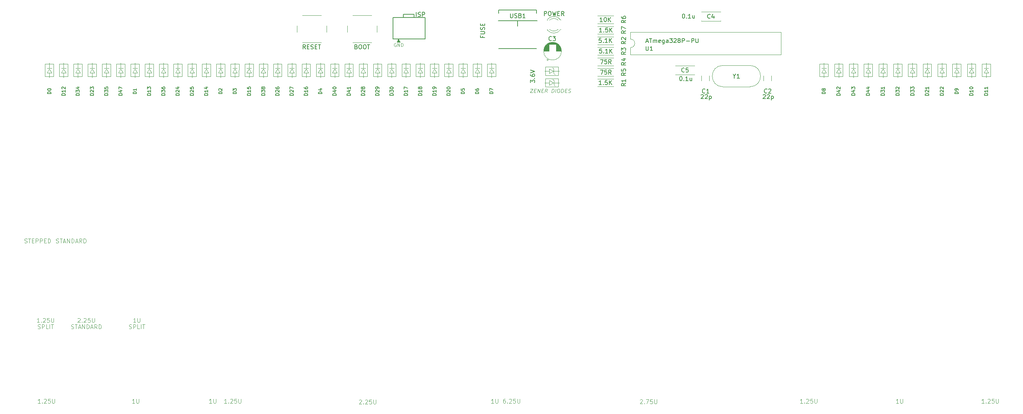
<source format=gbr>
G04 #@! TF.GenerationSoftware,KiCad,Pcbnew,(5.1.5)-3*
G04 #@! TF.CreationDate,2020-02-02T04:09:27-05:00*
G04 #@! TF.ProjectId,romeo-pcb,726f6d65-6f2d-4706-9362-2e6b69636164,rev?*
G04 #@! TF.SameCoordinates,Original*
G04 #@! TF.FileFunction,Legend,Top*
G04 #@! TF.FilePolarity,Positive*
%FSLAX46Y46*%
G04 Gerber Fmt 4.6, Leading zero omitted, Abs format (unit mm)*
G04 Created by KiCad (PCBNEW (5.1.5)-3) date 2020-02-02 04:09:27*
%MOMM*%
%LPD*%
G04 APERTURE LIST*
%ADD10C,0.100000*%
%ADD11C,0.120000*%
%ADD12C,0.150000*%
%ADD13C,0.200000*%
%ADD14C,0.203200*%
G04 APERTURE END LIST*
D10*
X55283326Y-118698911D02*
X55426183Y-118746530D01*
X55664278Y-118746530D01*
X55759516Y-118698911D01*
X55807135Y-118651292D01*
X55854754Y-118556054D01*
X55854754Y-118460816D01*
X55807135Y-118365578D01*
X55759516Y-118317959D01*
X55664278Y-118270340D01*
X55473802Y-118222721D01*
X55378564Y-118175102D01*
X55330945Y-118127483D01*
X55283326Y-118032245D01*
X55283326Y-117937007D01*
X55330945Y-117841769D01*
X55378564Y-117794150D01*
X55473802Y-117746530D01*
X55711897Y-117746530D01*
X55854754Y-117794150D01*
X56283326Y-118746530D02*
X56283326Y-117746530D01*
X56664278Y-117746530D01*
X56759516Y-117794150D01*
X56807135Y-117841769D01*
X56854754Y-117937007D01*
X56854754Y-118079864D01*
X56807135Y-118175102D01*
X56759516Y-118222721D01*
X56664278Y-118270340D01*
X56283326Y-118270340D01*
X57759516Y-118746530D02*
X57283326Y-118746530D01*
X57283326Y-117746530D01*
X58092850Y-118746530D02*
X58092850Y-117746530D01*
X58426183Y-117746530D02*
X58997611Y-117746530D01*
X58711897Y-118746530D02*
X58711897Y-117746530D01*
X33629826Y-118698911D02*
X33772683Y-118746530D01*
X34010778Y-118746530D01*
X34106016Y-118698911D01*
X34153635Y-118651292D01*
X34201254Y-118556054D01*
X34201254Y-118460816D01*
X34153635Y-118365578D01*
X34106016Y-118317959D01*
X34010778Y-118270340D01*
X33820302Y-118222721D01*
X33725064Y-118175102D01*
X33677445Y-118127483D01*
X33629826Y-118032245D01*
X33629826Y-117937007D01*
X33677445Y-117841769D01*
X33725064Y-117794150D01*
X33820302Y-117746530D01*
X34058397Y-117746530D01*
X34201254Y-117794150D01*
X34629826Y-118746530D02*
X34629826Y-117746530D01*
X35010778Y-117746530D01*
X35106016Y-117794150D01*
X35153635Y-117841769D01*
X35201254Y-117937007D01*
X35201254Y-118079864D01*
X35153635Y-118175102D01*
X35106016Y-118222721D01*
X35010778Y-118270340D01*
X34629826Y-118270340D01*
X36106016Y-118746530D02*
X35629826Y-118746530D01*
X35629826Y-117746530D01*
X36439350Y-118746530D02*
X36439350Y-117746530D01*
X36772683Y-117746530D02*
X37344111Y-117746530D01*
X37058397Y-118746530D02*
X37058397Y-117746530D01*
X41556430Y-118698911D02*
X41699288Y-118746530D01*
X41937383Y-118746530D01*
X42032621Y-118698911D01*
X42080240Y-118651292D01*
X42127859Y-118556054D01*
X42127859Y-118460816D01*
X42080240Y-118365578D01*
X42032621Y-118317959D01*
X41937383Y-118270340D01*
X41746907Y-118222721D01*
X41651669Y-118175102D01*
X41604050Y-118127483D01*
X41556430Y-118032245D01*
X41556430Y-117937007D01*
X41604050Y-117841769D01*
X41651669Y-117794150D01*
X41746907Y-117746530D01*
X41985002Y-117746530D01*
X42127859Y-117794150D01*
X42413573Y-117746530D02*
X42985002Y-117746530D01*
X42699288Y-118746530D02*
X42699288Y-117746530D01*
X43270716Y-118460816D02*
X43746907Y-118460816D01*
X43175478Y-118746530D02*
X43508811Y-117746530D01*
X43842145Y-118746530D01*
X44175478Y-118746530D02*
X44175478Y-117746530D01*
X44746907Y-118746530D01*
X44746907Y-117746530D01*
X45223097Y-118746530D02*
X45223097Y-117746530D01*
X45461192Y-117746530D01*
X45604050Y-117794150D01*
X45699288Y-117889388D01*
X45746907Y-117984626D01*
X45794526Y-118175102D01*
X45794526Y-118317959D01*
X45746907Y-118508435D01*
X45699288Y-118603673D01*
X45604050Y-118698911D01*
X45461192Y-118746530D01*
X45223097Y-118746530D01*
X46175478Y-118460816D02*
X46651669Y-118460816D01*
X46080240Y-118746530D02*
X46413573Y-117746530D01*
X46746907Y-118746530D01*
X47651669Y-118746530D02*
X47318335Y-118270340D01*
X47080240Y-118746530D02*
X47080240Y-117746530D01*
X47461192Y-117746530D01*
X47556430Y-117794150D01*
X47604050Y-117841769D01*
X47651669Y-117937007D01*
X47651669Y-118079864D01*
X47604050Y-118175102D01*
X47556430Y-118222721D01*
X47461192Y-118270340D01*
X47080240Y-118270340D01*
X48080240Y-118746530D02*
X48080240Y-117746530D01*
X48318335Y-117746530D01*
X48461192Y-117794150D01*
X48556430Y-117889388D01*
X48604050Y-117984626D01*
X48651669Y-118175102D01*
X48651669Y-118317959D01*
X48604050Y-118508435D01*
X48556430Y-118603673D01*
X48461192Y-118698911D01*
X48318335Y-118746530D01*
X48080240Y-118746530D01*
X56854754Y-117240524D02*
X56283326Y-117240524D01*
X56569040Y-117240524D02*
X56569040Y-116240524D01*
X56473802Y-116383382D01*
X56378564Y-116478620D01*
X56283326Y-116526239D01*
X57283326Y-116240524D02*
X57283326Y-117050048D01*
X57330945Y-117145286D01*
X57378564Y-117192905D01*
X57473802Y-117240524D01*
X57664278Y-117240524D01*
X57759516Y-117192905D01*
X57807135Y-117145286D01*
X57854754Y-117050048D01*
X57854754Y-116240524D01*
X43104050Y-116335763D02*
X43151669Y-116288144D01*
X43246907Y-116240524D01*
X43485002Y-116240524D01*
X43580240Y-116288144D01*
X43627859Y-116335763D01*
X43675478Y-116431001D01*
X43675478Y-116526239D01*
X43627859Y-116669096D01*
X43056430Y-117240524D01*
X43675478Y-117240524D01*
X44104050Y-117145286D02*
X44151669Y-117192905D01*
X44104050Y-117240524D01*
X44056430Y-117192905D01*
X44104050Y-117145286D01*
X44104050Y-117240524D01*
X44532621Y-116335763D02*
X44580240Y-116288144D01*
X44675478Y-116240524D01*
X44913573Y-116240524D01*
X45008811Y-116288144D01*
X45056430Y-116335763D01*
X45104050Y-116431001D01*
X45104050Y-116526239D01*
X45056430Y-116669096D01*
X44485002Y-117240524D01*
X45104050Y-117240524D01*
X46008811Y-116240524D02*
X45532621Y-116240524D01*
X45485002Y-116716715D01*
X45532621Y-116669096D01*
X45627859Y-116621477D01*
X45865954Y-116621477D01*
X45961192Y-116669096D01*
X46008811Y-116716715D01*
X46056430Y-116811953D01*
X46056430Y-117050048D01*
X46008811Y-117145286D01*
X45961192Y-117192905D01*
X45865954Y-117240524D01*
X45627859Y-117240524D01*
X45532621Y-117192905D01*
X45485002Y-117145286D01*
X46485002Y-116240524D02*
X46485002Y-117050048D01*
X46532621Y-117145286D01*
X46580240Y-117192905D01*
X46675478Y-117240524D01*
X46865954Y-117240524D01*
X46961192Y-117192905D01*
X47008811Y-117145286D01*
X47056430Y-117050048D01*
X47056430Y-116240524D01*
X34010778Y-117240524D02*
X33439350Y-117240524D01*
X33725064Y-117240524D02*
X33725064Y-116240524D01*
X33629826Y-116383382D01*
X33534588Y-116478620D01*
X33439350Y-116526239D01*
X34439350Y-117145286D02*
X34486969Y-117192905D01*
X34439350Y-117240524D01*
X34391730Y-117192905D01*
X34439350Y-117145286D01*
X34439350Y-117240524D01*
X34867921Y-116335763D02*
X34915540Y-116288144D01*
X35010778Y-116240524D01*
X35248873Y-116240524D01*
X35344111Y-116288144D01*
X35391730Y-116335763D01*
X35439350Y-116431001D01*
X35439350Y-116526239D01*
X35391730Y-116669096D01*
X34820302Y-117240524D01*
X35439350Y-117240524D01*
X36344111Y-116240524D02*
X35867921Y-116240524D01*
X35820302Y-116716715D01*
X35867921Y-116669096D01*
X35963159Y-116621477D01*
X36201254Y-116621477D01*
X36296492Y-116669096D01*
X36344111Y-116716715D01*
X36391730Y-116811953D01*
X36391730Y-117050048D01*
X36344111Y-117145286D01*
X36296492Y-117192905D01*
X36201254Y-117240524D01*
X35963159Y-117240524D01*
X35867921Y-117192905D01*
X35820302Y-117145286D01*
X36820302Y-116240524D02*
X36820302Y-117050048D01*
X36867921Y-117145286D01*
X36915540Y-117192905D01*
X37010778Y-117240524D01*
X37201254Y-117240524D01*
X37296492Y-117192905D01*
X37344111Y-117145286D01*
X37391730Y-117050048D01*
X37391730Y-116240524D01*
D11*
X155732050Y-56871550D02*
X156018650Y-57147050D01*
X155744750Y-59640150D02*
X156031350Y-59915650D01*
X156018650Y-58227050D02*
X156305250Y-58502550D01*
X156031350Y-60995650D02*
X156317950Y-61271150D01*
D12*
X177940473Y-50668216D02*
X178416664Y-50668216D01*
X177845235Y-50953930D02*
X178178569Y-49953930D01*
X178511902Y-50953930D01*
X178702378Y-49953930D02*
X179273807Y-49953930D01*
X178988092Y-50953930D02*
X178988092Y-49953930D01*
X179607140Y-50953930D02*
X179607140Y-50287264D01*
X179607140Y-50382502D02*
X179654759Y-50334883D01*
X179749997Y-50287264D01*
X179892854Y-50287264D01*
X179988092Y-50334883D01*
X180035711Y-50430121D01*
X180035711Y-50953930D01*
X180035711Y-50430121D02*
X180083330Y-50334883D01*
X180178569Y-50287264D01*
X180321426Y-50287264D01*
X180416664Y-50334883D01*
X180464283Y-50430121D01*
X180464283Y-50953930D01*
X181321426Y-50906311D02*
X181226188Y-50953930D01*
X181035711Y-50953930D01*
X180940473Y-50906311D01*
X180892854Y-50811073D01*
X180892854Y-50430121D01*
X180940473Y-50334883D01*
X181035711Y-50287264D01*
X181226188Y-50287264D01*
X181321426Y-50334883D01*
X181369045Y-50430121D01*
X181369045Y-50525359D01*
X180892854Y-50620597D01*
X182226188Y-50287264D02*
X182226188Y-51096788D01*
X182178569Y-51192026D01*
X182130950Y-51239645D01*
X182035711Y-51287264D01*
X181892854Y-51287264D01*
X181797616Y-51239645D01*
X182226188Y-50906311D02*
X182130950Y-50953930D01*
X181940473Y-50953930D01*
X181845235Y-50906311D01*
X181797616Y-50858692D01*
X181749997Y-50763454D01*
X181749997Y-50477740D01*
X181797616Y-50382502D01*
X181845235Y-50334883D01*
X181940473Y-50287264D01*
X182130950Y-50287264D01*
X182226188Y-50334883D01*
X183130950Y-50953930D02*
X183130950Y-50430121D01*
X183083330Y-50334883D01*
X182988092Y-50287264D01*
X182797616Y-50287264D01*
X182702378Y-50334883D01*
X183130950Y-50906311D02*
X183035711Y-50953930D01*
X182797616Y-50953930D01*
X182702378Y-50906311D01*
X182654759Y-50811073D01*
X182654759Y-50715835D01*
X182702378Y-50620597D01*
X182797616Y-50572978D01*
X183035711Y-50572978D01*
X183130950Y-50525359D01*
X183511902Y-49953930D02*
X184130950Y-49953930D01*
X183797616Y-50334883D01*
X183940473Y-50334883D01*
X184035711Y-50382502D01*
X184083330Y-50430121D01*
X184130950Y-50525359D01*
X184130950Y-50763454D01*
X184083330Y-50858692D01*
X184035711Y-50906311D01*
X183940473Y-50953930D01*
X183654759Y-50953930D01*
X183559521Y-50906311D01*
X183511902Y-50858692D01*
X184511902Y-50049169D02*
X184559521Y-50001550D01*
X184654759Y-49953930D01*
X184892854Y-49953930D01*
X184988092Y-50001550D01*
X185035711Y-50049169D01*
X185083330Y-50144407D01*
X185083330Y-50239645D01*
X185035711Y-50382502D01*
X184464283Y-50953930D01*
X185083330Y-50953930D01*
X185654759Y-50382502D02*
X185559521Y-50334883D01*
X185511902Y-50287264D01*
X185464283Y-50192026D01*
X185464283Y-50144407D01*
X185511902Y-50049169D01*
X185559521Y-50001550D01*
X185654759Y-49953930D01*
X185845235Y-49953930D01*
X185940473Y-50001550D01*
X185988092Y-50049169D01*
X186035711Y-50144407D01*
X186035711Y-50192026D01*
X185988092Y-50287264D01*
X185940473Y-50334883D01*
X185845235Y-50382502D01*
X185654759Y-50382502D01*
X185559521Y-50430121D01*
X185511902Y-50477740D01*
X185464283Y-50572978D01*
X185464283Y-50763454D01*
X185511902Y-50858692D01*
X185559521Y-50906311D01*
X185654759Y-50953930D01*
X185845235Y-50953930D01*
X185940473Y-50906311D01*
X185988092Y-50858692D01*
X186035711Y-50763454D01*
X186035711Y-50572978D01*
X185988092Y-50477740D01*
X185940473Y-50430121D01*
X185845235Y-50382502D01*
X186464283Y-50953930D02*
X186464283Y-49953930D01*
X186845235Y-49953930D01*
X186940473Y-50001550D01*
X186988092Y-50049169D01*
X187035711Y-50144407D01*
X187035711Y-50287264D01*
X186988092Y-50382502D01*
X186940473Y-50430121D01*
X186845235Y-50477740D01*
X186464283Y-50477740D01*
X187464283Y-50572978D02*
X188226188Y-50572978D01*
X188702378Y-50953930D02*
X188702378Y-49953930D01*
X189083330Y-49953930D01*
X189178569Y-50001550D01*
X189226188Y-50049169D01*
X189273807Y-50144407D01*
X189273807Y-50287264D01*
X189226188Y-50382502D01*
X189178569Y-50430121D01*
X189083330Y-50477740D01*
X188702378Y-50477740D01*
X189702378Y-49953930D02*
X189702378Y-50763454D01*
X189749997Y-50858692D01*
X189797616Y-50906311D01*
X189892854Y-50953930D01*
X190083330Y-50953930D01*
X190178569Y-50906311D01*
X190226188Y-50858692D01*
X190273807Y-50763454D01*
X190273807Y-49953930D01*
D10*
X118573626Y-51117550D02*
X118497435Y-51079454D01*
X118383150Y-51079454D01*
X118268864Y-51117550D01*
X118192673Y-51193740D01*
X118154578Y-51269930D01*
X118116483Y-51422311D01*
X118116483Y-51536597D01*
X118154578Y-51688978D01*
X118192673Y-51765169D01*
X118268864Y-51841359D01*
X118383150Y-51879454D01*
X118459340Y-51879454D01*
X118573626Y-51841359D01*
X118611721Y-51803264D01*
X118611721Y-51536597D01*
X118459340Y-51536597D01*
X118954578Y-51879454D02*
X118954578Y-51079454D01*
X119411721Y-51879454D01*
X119411721Y-51079454D01*
X119792673Y-51879454D02*
X119792673Y-51079454D01*
X119983150Y-51079454D01*
X120097435Y-51117550D01*
X120173626Y-51193740D01*
X120211721Y-51269930D01*
X120249816Y-51422311D01*
X120249816Y-51536597D01*
X120211721Y-51688978D01*
X120173626Y-51765169D01*
X120097435Y-51841359D01*
X119983150Y-51879454D01*
X119792673Y-51879454D01*
G36*
X119589550Y-50831750D02*
G01*
X118827550Y-50831750D01*
X119183150Y-50095150D01*
X119589550Y-50831750D01*
G37*
X119589550Y-50831750D02*
X118827550Y-50831750D01*
X119183150Y-50095150D01*
X119589550Y-50831750D01*
D12*
X123413959Y-44756330D02*
X123413959Y-43756330D01*
X123842530Y-44708711D02*
X123985388Y-44756330D01*
X124223483Y-44756330D01*
X124318721Y-44708711D01*
X124366340Y-44661092D01*
X124413959Y-44565854D01*
X124413959Y-44470616D01*
X124366340Y-44375378D01*
X124318721Y-44327759D01*
X124223483Y-44280140D01*
X124033007Y-44232521D01*
X123937769Y-44184902D01*
X123890150Y-44137283D01*
X123842530Y-44042045D01*
X123842530Y-43946807D01*
X123890150Y-43851569D01*
X123937769Y-43803950D01*
X124033007Y-43756330D01*
X124271102Y-43756330D01*
X124413959Y-43803950D01*
X124842530Y-44756330D02*
X124842530Y-43756330D01*
X125223483Y-43756330D01*
X125318721Y-43803950D01*
X125366340Y-43851569D01*
X125413959Y-43946807D01*
X125413959Y-44089664D01*
X125366340Y-44184902D01*
X125318721Y-44232521D01*
X125223483Y-44280140D01*
X124842530Y-44280140D01*
D10*
X150501907Y-61895892D02*
X151101907Y-61895892D01*
X150389407Y-62795892D01*
X150989407Y-62795892D01*
X151391192Y-62324464D02*
X151691192Y-62324464D01*
X151760835Y-62795892D02*
X151332264Y-62795892D01*
X151444764Y-61895892D01*
X151873335Y-61895892D01*
X152146550Y-62795892D02*
X152259050Y-61895892D01*
X152660835Y-62795892D01*
X152773335Y-61895892D01*
X153148335Y-62324464D02*
X153448335Y-62324464D01*
X153517978Y-62795892D02*
X153089407Y-62795892D01*
X153201907Y-61895892D01*
X153630478Y-61895892D01*
X154417978Y-62795892D02*
X154171550Y-62367321D01*
X153903692Y-62795892D02*
X154016192Y-61895892D01*
X154359050Y-61895892D01*
X154439407Y-61938750D01*
X154476907Y-61981607D01*
X154509050Y-62067321D01*
X154492978Y-62195892D01*
X154439407Y-62281607D01*
X154391192Y-62324464D01*
X154300121Y-62367321D01*
X153957264Y-62367321D01*
X155489407Y-62795892D02*
X155601907Y-61895892D01*
X155816192Y-61895892D01*
X155939407Y-61938750D01*
X156014407Y-62024464D01*
X156046550Y-62110178D01*
X156067978Y-62281607D01*
X156051907Y-62410178D01*
X155987621Y-62581607D01*
X155934050Y-62667321D01*
X155837621Y-62753035D01*
X155703692Y-62795892D01*
X155489407Y-62795892D01*
X156389407Y-62795892D02*
X156501907Y-61895892D01*
X157101907Y-61895892D02*
X157273335Y-61895892D01*
X157353692Y-61938750D01*
X157428692Y-62024464D01*
X157450121Y-62195892D01*
X157412621Y-62495892D01*
X157348335Y-62667321D01*
X157251907Y-62753035D01*
X157160835Y-62795892D01*
X156989407Y-62795892D01*
X156909050Y-62753035D01*
X156834050Y-62667321D01*
X156812621Y-62495892D01*
X156850121Y-62195892D01*
X156914407Y-62024464D01*
X157010835Y-61938750D01*
X157101907Y-61895892D01*
X157760835Y-62795892D02*
X157873335Y-61895892D01*
X158087621Y-61895892D01*
X158210835Y-61938750D01*
X158285835Y-62024464D01*
X158317978Y-62110178D01*
X158339407Y-62281607D01*
X158323335Y-62410178D01*
X158259050Y-62581607D01*
X158205478Y-62667321D01*
X158109050Y-62753035D01*
X157975121Y-62795892D01*
X157760835Y-62795892D01*
X158719764Y-62324464D02*
X159019764Y-62324464D01*
X159089407Y-62795892D02*
X158660835Y-62795892D01*
X158773335Y-61895892D01*
X159201907Y-61895892D01*
X159437621Y-62753035D02*
X159560835Y-62795892D01*
X159775121Y-62795892D01*
X159866192Y-62753035D01*
X159914407Y-62710178D01*
X159967978Y-62624464D01*
X159978692Y-62538750D01*
X159946550Y-62453035D01*
X159909050Y-62410178D01*
X159828692Y-62367321D01*
X159662621Y-62324464D01*
X159582264Y-62281607D01*
X159544764Y-62238750D01*
X159512621Y-62153035D01*
X159523335Y-62067321D01*
X159576907Y-61981607D01*
X159625121Y-61938750D01*
X159716192Y-61895892D01*
X159930478Y-61895892D01*
X160053692Y-61938750D01*
X37987730Y-98353511D02*
X38130588Y-98401130D01*
X38368683Y-98401130D01*
X38463921Y-98353511D01*
X38511540Y-98305892D01*
X38559159Y-98210654D01*
X38559159Y-98115416D01*
X38511540Y-98020178D01*
X38463921Y-97972559D01*
X38368683Y-97924940D01*
X38178207Y-97877321D01*
X38082969Y-97829702D01*
X38035350Y-97782083D01*
X37987730Y-97686845D01*
X37987730Y-97591607D01*
X38035350Y-97496369D01*
X38082969Y-97448750D01*
X38178207Y-97401130D01*
X38416302Y-97401130D01*
X38559159Y-97448750D01*
X38844873Y-97401130D02*
X39416302Y-97401130D01*
X39130588Y-98401130D02*
X39130588Y-97401130D01*
X39702016Y-98115416D02*
X40178207Y-98115416D01*
X39606778Y-98401130D02*
X39940111Y-97401130D01*
X40273445Y-98401130D01*
X40606778Y-98401130D02*
X40606778Y-97401130D01*
X41178207Y-98401130D01*
X41178207Y-97401130D01*
X41654397Y-98401130D02*
X41654397Y-97401130D01*
X41892492Y-97401130D01*
X42035350Y-97448750D01*
X42130588Y-97543988D01*
X42178207Y-97639226D01*
X42225826Y-97829702D01*
X42225826Y-97972559D01*
X42178207Y-98163035D01*
X42130588Y-98258273D01*
X42035350Y-98353511D01*
X41892492Y-98401130D01*
X41654397Y-98401130D01*
X42606778Y-98115416D02*
X43082969Y-98115416D01*
X42511540Y-98401130D02*
X42844873Y-97401130D01*
X43178207Y-98401130D01*
X44082969Y-98401130D02*
X43749635Y-97924940D01*
X43511540Y-98401130D02*
X43511540Y-97401130D01*
X43892492Y-97401130D01*
X43987730Y-97448750D01*
X44035350Y-97496369D01*
X44082969Y-97591607D01*
X44082969Y-97734464D01*
X44035350Y-97829702D01*
X43987730Y-97877321D01*
X43892492Y-97924940D01*
X43511540Y-97924940D01*
X44511540Y-98401130D02*
X44511540Y-97401130D01*
X44749635Y-97401130D01*
X44892492Y-97448750D01*
X44987730Y-97543988D01*
X45035350Y-97639226D01*
X45082969Y-97829702D01*
X45082969Y-97972559D01*
X45035350Y-98163035D01*
X44987730Y-98258273D01*
X44892492Y-98353511D01*
X44749635Y-98401130D01*
X44511540Y-98401130D01*
X30488321Y-98353511D02*
X30631178Y-98401130D01*
X30869273Y-98401130D01*
X30964511Y-98353511D01*
X31012130Y-98305892D01*
X31059750Y-98210654D01*
X31059750Y-98115416D01*
X31012130Y-98020178D01*
X30964511Y-97972559D01*
X30869273Y-97924940D01*
X30678797Y-97877321D01*
X30583559Y-97829702D01*
X30535940Y-97782083D01*
X30488321Y-97686845D01*
X30488321Y-97591607D01*
X30535940Y-97496369D01*
X30583559Y-97448750D01*
X30678797Y-97401130D01*
X30916892Y-97401130D01*
X31059750Y-97448750D01*
X31345464Y-97401130D02*
X31916892Y-97401130D01*
X31631178Y-98401130D02*
X31631178Y-97401130D01*
X32250226Y-97877321D02*
X32583559Y-97877321D01*
X32726416Y-98401130D02*
X32250226Y-98401130D01*
X32250226Y-97401130D01*
X32726416Y-97401130D01*
X33154988Y-98401130D02*
X33154988Y-97401130D01*
X33535940Y-97401130D01*
X33631178Y-97448750D01*
X33678797Y-97496369D01*
X33726416Y-97591607D01*
X33726416Y-97734464D01*
X33678797Y-97829702D01*
X33631178Y-97877321D01*
X33535940Y-97924940D01*
X33154988Y-97924940D01*
X34154988Y-98401130D02*
X34154988Y-97401130D01*
X34535940Y-97401130D01*
X34631178Y-97448750D01*
X34678797Y-97496369D01*
X34726416Y-97591607D01*
X34726416Y-97734464D01*
X34678797Y-97829702D01*
X34631178Y-97877321D01*
X34535940Y-97924940D01*
X34154988Y-97924940D01*
X35154988Y-97877321D02*
X35488321Y-97877321D01*
X35631178Y-98401130D02*
X35154988Y-98401130D01*
X35154988Y-97401130D01*
X35631178Y-97401130D01*
X36059750Y-98401130D02*
X36059750Y-97401130D01*
X36297845Y-97401130D01*
X36440702Y-97448750D01*
X36535940Y-97543988D01*
X36583559Y-97639226D01*
X36631178Y-97829702D01*
X36631178Y-97972559D01*
X36583559Y-98163035D01*
X36535940Y-98258273D01*
X36440702Y-98353511D01*
X36297845Y-98401130D01*
X36059750Y-98401130D01*
X258102278Y-136392124D02*
X257530850Y-136392124D01*
X257816564Y-136392124D02*
X257816564Y-135392124D01*
X257721326Y-135534982D01*
X257626088Y-135630220D01*
X257530850Y-135677839D01*
X258530850Y-136296886D02*
X258578469Y-136344505D01*
X258530850Y-136392124D01*
X258483230Y-136344505D01*
X258530850Y-136296886D01*
X258530850Y-136392124D01*
X258959421Y-135487363D02*
X259007040Y-135439744D01*
X259102278Y-135392124D01*
X259340373Y-135392124D01*
X259435611Y-135439744D01*
X259483230Y-135487363D01*
X259530850Y-135582601D01*
X259530850Y-135677839D01*
X259483230Y-135820696D01*
X258911802Y-136392124D01*
X259530850Y-136392124D01*
X260435611Y-135392124D02*
X259959421Y-135392124D01*
X259911802Y-135868315D01*
X259959421Y-135820696D01*
X260054659Y-135773077D01*
X260292754Y-135773077D01*
X260387992Y-135820696D01*
X260435611Y-135868315D01*
X260483230Y-135963553D01*
X260483230Y-136201648D01*
X260435611Y-136296886D01*
X260387992Y-136344505D01*
X260292754Y-136392124D01*
X260054659Y-136392124D01*
X259959421Y-136344505D01*
X259911802Y-136296886D01*
X260911802Y-135392124D02*
X260911802Y-136201648D01*
X260959421Y-136296886D01*
X261007040Y-136344505D01*
X261102278Y-136392124D01*
X261292754Y-136392124D01*
X261387992Y-136344505D01*
X261435611Y-136296886D01*
X261483230Y-136201648D01*
X261483230Y-135392124D01*
X215049278Y-136392124D02*
X214477850Y-136392124D01*
X214763564Y-136392124D02*
X214763564Y-135392124D01*
X214668326Y-135534982D01*
X214573088Y-135630220D01*
X214477850Y-135677839D01*
X215477850Y-136296886D02*
X215525469Y-136344505D01*
X215477850Y-136392124D01*
X215430230Y-136344505D01*
X215477850Y-136296886D01*
X215477850Y-136392124D01*
X215906421Y-135487363D02*
X215954040Y-135439744D01*
X216049278Y-135392124D01*
X216287373Y-135392124D01*
X216382611Y-135439744D01*
X216430230Y-135487363D01*
X216477850Y-135582601D01*
X216477850Y-135677839D01*
X216430230Y-135820696D01*
X215858802Y-136392124D01*
X216477850Y-136392124D01*
X217382611Y-135392124D02*
X216906421Y-135392124D01*
X216858802Y-135868315D01*
X216906421Y-135820696D01*
X217001659Y-135773077D01*
X217239754Y-135773077D01*
X217334992Y-135820696D01*
X217382611Y-135868315D01*
X217430230Y-135963553D01*
X217430230Y-136201648D01*
X217382611Y-136296886D01*
X217334992Y-136344505D01*
X217239754Y-136392124D01*
X217001659Y-136392124D01*
X216906421Y-136344505D01*
X216858802Y-136296886D01*
X217858802Y-135392124D02*
X217858802Y-136201648D01*
X217906421Y-136296886D01*
X217954040Y-136344505D01*
X218049278Y-136392124D01*
X218239754Y-136392124D01*
X218334992Y-136344505D01*
X218382611Y-136296886D01*
X218430230Y-136201648D01*
X218430230Y-135392124D01*
X237791654Y-136392124D02*
X237220226Y-136392124D01*
X237505940Y-136392124D02*
X237505940Y-135392124D01*
X237410702Y-135534982D01*
X237315464Y-135630220D01*
X237220226Y-135677839D01*
X238220226Y-135392124D02*
X238220226Y-136201648D01*
X238267845Y-136296886D01*
X238315464Y-136344505D01*
X238410702Y-136392124D01*
X238601178Y-136392124D01*
X238696416Y-136344505D01*
X238744035Y-136296886D01*
X238791654Y-136201648D01*
X238791654Y-135392124D01*
X56600754Y-136392124D02*
X56029326Y-136392124D01*
X56315040Y-136392124D02*
X56315040Y-135392124D01*
X56219802Y-135534982D01*
X56124564Y-135630220D01*
X56029326Y-135677839D01*
X57029326Y-135392124D02*
X57029326Y-136201648D01*
X57076945Y-136296886D01*
X57124564Y-136344505D01*
X57219802Y-136392124D01*
X57410278Y-136392124D01*
X57505516Y-136344505D01*
X57553135Y-136296886D01*
X57600754Y-136201648D01*
X57600754Y-135392124D01*
X34239378Y-136392124D02*
X33667950Y-136392124D01*
X33953664Y-136392124D02*
X33953664Y-135392124D01*
X33858426Y-135534982D01*
X33763188Y-135630220D01*
X33667950Y-135677839D01*
X34667950Y-136296886D02*
X34715569Y-136344505D01*
X34667950Y-136392124D01*
X34620330Y-136344505D01*
X34667950Y-136296886D01*
X34667950Y-136392124D01*
X35096521Y-135487363D02*
X35144140Y-135439744D01*
X35239378Y-135392124D01*
X35477473Y-135392124D01*
X35572711Y-135439744D01*
X35620330Y-135487363D01*
X35667950Y-135582601D01*
X35667950Y-135677839D01*
X35620330Y-135820696D01*
X35048902Y-136392124D01*
X35667950Y-136392124D01*
X36572711Y-135392124D02*
X36096521Y-135392124D01*
X36048902Y-135868315D01*
X36096521Y-135820696D01*
X36191759Y-135773077D01*
X36429854Y-135773077D01*
X36525092Y-135820696D01*
X36572711Y-135868315D01*
X36620330Y-135963553D01*
X36620330Y-136201648D01*
X36572711Y-136296886D01*
X36525092Y-136344505D01*
X36429854Y-136392124D01*
X36191759Y-136392124D01*
X36096521Y-136344505D01*
X36048902Y-136296886D01*
X37048902Y-135392124D02*
X37048902Y-136201648D01*
X37096521Y-136296886D01*
X37144140Y-136344505D01*
X37239378Y-136392124D01*
X37429854Y-136392124D01*
X37525092Y-136344505D01*
X37572711Y-136296886D01*
X37620330Y-136201648D01*
X37620330Y-135392124D01*
X176492150Y-135621769D02*
X176539769Y-135574150D01*
X176635007Y-135526530D01*
X176873102Y-135526530D01*
X176968340Y-135574150D01*
X177015959Y-135621769D01*
X177063578Y-135717007D01*
X177063578Y-135812245D01*
X177015959Y-135955102D01*
X176444530Y-136526530D01*
X177063578Y-136526530D01*
X177492150Y-136431292D02*
X177539769Y-136478911D01*
X177492150Y-136526530D01*
X177444530Y-136478911D01*
X177492150Y-136431292D01*
X177492150Y-136526530D01*
X177873102Y-135526530D02*
X178539769Y-135526530D01*
X178111197Y-136526530D01*
X179396911Y-135526530D02*
X178920721Y-135526530D01*
X178873102Y-136002721D01*
X178920721Y-135955102D01*
X179015959Y-135907483D01*
X179254054Y-135907483D01*
X179349292Y-135955102D01*
X179396911Y-136002721D01*
X179444530Y-136097959D01*
X179444530Y-136336054D01*
X179396911Y-136431292D01*
X179349292Y-136478911D01*
X179254054Y-136526530D01*
X179015959Y-136526530D01*
X178920721Y-136478911D01*
X178873102Y-136431292D01*
X179873102Y-135526530D02*
X179873102Y-136336054D01*
X179920721Y-136431292D01*
X179968340Y-136478911D01*
X180063578Y-136526530D01*
X180254054Y-136526530D01*
X180349292Y-136478911D01*
X180396911Y-136431292D01*
X180444530Y-136336054D01*
X180444530Y-135526530D01*
X109855250Y-135672569D02*
X109902869Y-135624950D01*
X109998107Y-135577330D01*
X110236202Y-135577330D01*
X110331440Y-135624950D01*
X110379059Y-135672569D01*
X110426678Y-135767807D01*
X110426678Y-135863045D01*
X110379059Y-136005902D01*
X109807630Y-136577330D01*
X110426678Y-136577330D01*
X110855250Y-136482092D02*
X110902869Y-136529711D01*
X110855250Y-136577330D01*
X110807630Y-136529711D01*
X110855250Y-136482092D01*
X110855250Y-136577330D01*
X111283821Y-135672569D02*
X111331440Y-135624950D01*
X111426678Y-135577330D01*
X111664773Y-135577330D01*
X111760011Y-135624950D01*
X111807630Y-135672569D01*
X111855250Y-135767807D01*
X111855250Y-135863045D01*
X111807630Y-136005902D01*
X111236202Y-136577330D01*
X111855250Y-136577330D01*
X112760011Y-135577330D02*
X112283821Y-135577330D01*
X112236202Y-136053521D01*
X112283821Y-136005902D01*
X112379059Y-135958283D01*
X112617154Y-135958283D01*
X112712392Y-136005902D01*
X112760011Y-136053521D01*
X112807630Y-136148759D01*
X112807630Y-136386854D01*
X112760011Y-136482092D01*
X112712392Y-136529711D01*
X112617154Y-136577330D01*
X112379059Y-136577330D01*
X112283821Y-136529711D01*
X112236202Y-136482092D01*
X113236202Y-135577330D02*
X113236202Y-136386854D01*
X113283821Y-136482092D01*
X113331440Y-136529711D01*
X113426678Y-136577330D01*
X113617154Y-136577330D01*
X113712392Y-136529711D01*
X113760011Y-136482092D01*
X113807630Y-136386854D01*
X113807630Y-135577330D01*
X141766954Y-136392124D02*
X141195526Y-136392124D01*
X141481240Y-136392124D02*
X141481240Y-135392124D01*
X141386002Y-135534982D01*
X141290764Y-135630220D01*
X141195526Y-135677839D01*
X142195526Y-135392124D02*
X142195526Y-136201648D01*
X142243145Y-136296886D01*
X142290764Y-136344505D01*
X142386002Y-136392124D01*
X142576478Y-136392124D01*
X142671716Y-136344505D01*
X142719335Y-136296886D01*
X142766954Y-136201648D01*
X142766954Y-135392124D01*
X78429028Y-136392124D02*
X77857600Y-136392124D01*
X78143314Y-136392124D02*
X78143314Y-135392124D01*
X78048076Y-135534982D01*
X77952838Y-135630220D01*
X77857600Y-135677839D01*
X78857600Y-136296886D02*
X78905219Y-136344505D01*
X78857600Y-136392124D01*
X78809980Y-136344505D01*
X78857600Y-136296886D01*
X78857600Y-136392124D01*
X79286171Y-135487363D02*
X79333790Y-135439744D01*
X79429028Y-135392124D01*
X79667123Y-135392124D01*
X79762361Y-135439744D01*
X79809980Y-135487363D01*
X79857600Y-135582601D01*
X79857600Y-135677839D01*
X79809980Y-135820696D01*
X79238552Y-136392124D01*
X79857600Y-136392124D01*
X80762361Y-135392124D02*
X80286171Y-135392124D01*
X80238552Y-135868315D01*
X80286171Y-135820696D01*
X80381409Y-135773077D01*
X80619504Y-135773077D01*
X80714742Y-135820696D01*
X80762361Y-135868315D01*
X80809980Y-135963553D01*
X80809980Y-136201648D01*
X80762361Y-136296886D01*
X80714742Y-136344505D01*
X80619504Y-136392124D01*
X80381409Y-136392124D01*
X80286171Y-136344505D01*
X80238552Y-136296886D01*
X81238552Y-135392124D02*
X81238552Y-136201648D01*
X81286171Y-136296886D01*
X81333790Y-136344505D01*
X81429028Y-136392124D01*
X81619504Y-136392124D01*
X81714742Y-136344505D01*
X81762361Y-136296886D01*
X81809980Y-136201648D01*
X81809980Y-135392124D01*
X74863354Y-136392124D02*
X74291926Y-136392124D01*
X74577640Y-136392124D02*
X74577640Y-135392124D01*
X74482402Y-135534982D01*
X74387164Y-135630220D01*
X74291926Y-135677839D01*
X75291926Y-135392124D02*
X75291926Y-136201648D01*
X75339545Y-136296886D01*
X75387164Y-136344505D01*
X75482402Y-136392124D01*
X75672878Y-136392124D01*
X75768116Y-136344505D01*
X75815735Y-136296886D01*
X75863354Y-136201648D01*
X75863354Y-135392124D01*
D11*
X69203380Y-56016550D02*
X69203380Y-58986550D01*
X71203380Y-56006550D02*
X71193380Y-58996550D01*
X69203380Y-58996550D02*
X71193380Y-58996550D01*
X70213380Y-59206550D02*
X70213380Y-58086550D01*
X70213380Y-55746550D02*
X70213380Y-57026550D01*
X69203380Y-56006550D02*
X71203380Y-56006550D01*
X70213380Y-57136550D02*
X70753380Y-58086550D01*
X70203380Y-57146550D02*
X69673380Y-58056550D01*
X69673380Y-58086550D02*
X70753380Y-58086550D01*
X69673380Y-57036550D02*
X70753380Y-57036550D01*
X52286715Y-56016550D02*
X52286715Y-58986550D01*
X54286715Y-56006550D02*
X54276715Y-58996550D01*
X52286715Y-58996550D02*
X54276715Y-58996550D01*
X53296715Y-59206550D02*
X53296715Y-58086550D01*
X53296715Y-55746550D02*
X53296715Y-57026550D01*
X52286715Y-56006550D02*
X54286715Y-56006550D01*
X53296715Y-57136550D02*
X53836715Y-58086550D01*
X53286715Y-57146550D02*
X52756715Y-58056550D01*
X52756715Y-58086550D02*
X53836715Y-58086550D01*
X52756715Y-57036550D02*
X53836715Y-57036550D01*
X189421150Y-58554250D02*
X189421150Y-58569250D01*
X189421150Y-56429250D02*
X189421150Y-56444250D01*
X184881150Y-58554250D02*
X184881150Y-58569250D01*
X184881150Y-56429250D02*
X184881150Y-56444250D01*
X184881150Y-58569250D02*
X189421150Y-58569250D01*
X184881150Y-56429250D02*
X189421150Y-56429250D01*
X229587450Y-56016550D02*
X229587450Y-58986550D01*
X231587450Y-56006550D02*
X231577450Y-58996550D01*
X229587450Y-58996550D02*
X231577450Y-58996550D01*
X230597450Y-59206550D02*
X230597450Y-58086550D01*
X230597450Y-55746550D02*
X230597450Y-57026550D01*
X229587450Y-56006550D02*
X231587450Y-56006550D01*
X230597450Y-57136550D02*
X231137450Y-58086550D01*
X230587450Y-57146550D02*
X230057450Y-58056550D01*
X230057450Y-58086550D02*
X231137450Y-58086550D01*
X230057450Y-57036550D02*
X231137450Y-57036550D01*
X191021600Y-43668050D02*
X191021600Y-43653050D01*
X191021600Y-45793050D02*
X191021600Y-45778050D01*
X195561600Y-43668050D02*
X195561600Y-43653050D01*
X195561600Y-45793050D02*
X195561600Y-45778050D01*
X195561600Y-43653050D02*
X191021600Y-43653050D01*
X195561600Y-45793050D02*
X191021600Y-45793050D01*
X157841050Y-52939250D02*
G75*
G03X157841050Y-52939250I-2120000J0D01*
G01*
X156561050Y-52939250D02*
X157801050Y-52939250D01*
X153641050Y-52939250D02*
X154881050Y-52939250D01*
X156561050Y-52899250D02*
X157801050Y-52899250D01*
X153641050Y-52899250D02*
X154881050Y-52899250D01*
X156561050Y-52859250D02*
X157800050Y-52859250D01*
X153642050Y-52859250D02*
X154881050Y-52859250D01*
X153644050Y-52819250D02*
X154881050Y-52819250D01*
X156561050Y-52819250D02*
X157798050Y-52819250D01*
X153647050Y-52779250D02*
X154881050Y-52779250D01*
X156561050Y-52779250D02*
X157795050Y-52779250D01*
X153650050Y-52739250D02*
X154881050Y-52739250D01*
X156561050Y-52739250D02*
X157792050Y-52739250D01*
X153654050Y-52699250D02*
X154881050Y-52699250D01*
X156561050Y-52699250D02*
X157788050Y-52699250D01*
X153659050Y-52659250D02*
X154881050Y-52659250D01*
X156561050Y-52659250D02*
X157783050Y-52659250D01*
X153665050Y-52619250D02*
X154881050Y-52619250D01*
X156561050Y-52619250D02*
X157777050Y-52619250D01*
X153671050Y-52579250D02*
X154881050Y-52579250D01*
X156561050Y-52579250D02*
X157771050Y-52579250D01*
X153679050Y-52539250D02*
X154881050Y-52539250D01*
X156561050Y-52539250D02*
X157763050Y-52539250D01*
X153687050Y-52499250D02*
X154881050Y-52499250D01*
X156561050Y-52499250D02*
X157755050Y-52499250D01*
X153696050Y-52459250D02*
X154881050Y-52459250D01*
X156561050Y-52459250D02*
X157746050Y-52459250D01*
X153705050Y-52419250D02*
X154881050Y-52419250D01*
X156561050Y-52419250D02*
X157737050Y-52419250D01*
X153716050Y-52379250D02*
X154881050Y-52379250D01*
X156561050Y-52379250D02*
X157726050Y-52379250D01*
X153727050Y-52339250D02*
X154881050Y-52339250D01*
X156561050Y-52339250D02*
X157715050Y-52339250D01*
X153739050Y-52299250D02*
X154881050Y-52299250D01*
X156561050Y-52299250D02*
X157703050Y-52299250D01*
X153753050Y-52259250D02*
X154881050Y-52259250D01*
X156561050Y-52259250D02*
X157689050Y-52259250D01*
X153767050Y-52218250D02*
X154881050Y-52218250D01*
X156561050Y-52218250D02*
X157675050Y-52218250D01*
X153781050Y-52178250D02*
X154881050Y-52178250D01*
X156561050Y-52178250D02*
X157661050Y-52178250D01*
X153797050Y-52138250D02*
X154881050Y-52138250D01*
X156561050Y-52138250D02*
X157645050Y-52138250D01*
X153814050Y-52098250D02*
X154881050Y-52098250D01*
X156561050Y-52098250D02*
X157628050Y-52098250D01*
X153832050Y-52058250D02*
X154881050Y-52058250D01*
X156561050Y-52058250D02*
X157610050Y-52058250D01*
X153851050Y-52018250D02*
X154881050Y-52018250D01*
X156561050Y-52018250D02*
X157591050Y-52018250D01*
X153870050Y-51978250D02*
X154881050Y-51978250D01*
X156561050Y-51978250D02*
X157572050Y-51978250D01*
X153891050Y-51938250D02*
X154881050Y-51938250D01*
X156561050Y-51938250D02*
X157551050Y-51938250D01*
X153913050Y-51898250D02*
X154881050Y-51898250D01*
X156561050Y-51898250D02*
X157529050Y-51898250D01*
X153936050Y-51858250D02*
X154881050Y-51858250D01*
X156561050Y-51858250D02*
X157506050Y-51858250D01*
X153961050Y-51818250D02*
X154881050Y-51818250D01*
X156561050Y-51818250D02*
X157481050Y-51818250D01*
X153986050Y-51778250D02*
X154881050Y-51778250D01*
X156561050Y-51778250D02*
X157456050Y-51778250D01*
X154013050Y-51738250D02*
X154881050Y-51738250D01*
X156561050Y-51738250D02*
X157429050Y-51738250D01*
X154041050Y-51698250D02*
X154881050Y-51698250D01*
X156561050Y-51698250D02*
X157401050Y-51698250D01*
X154071050Y-51658250D02*
X154881050Y-51658250D01*
X156561050Y-51658250D02*
X157371050Y-51658250D01*
X154102050Y-51618250D02*
X154881050Y-51618250D01*
X156561050Y-51618250D02*
X157340050Y-51618250D01*
X154134050Y-51578250D02*
X154881050Y-51578250D01*
X156561050Y-51578250D02*
X157308050Y-51578250D01*
X154169050Y-51538250D02*
X154881050Y-51538250D01*
X156561050Y-51538250D02*
X157273050Y-51538250D01*
X154205050Y-51498250D02*
X154881050Y-51498250D01*
X156561050Y-51498250D02*
X157237050Y-51498250D01*
X154243050Y-51458250D02*
X154881050Y-51458250D01*
X156561050Y-51458250D02*
X157199050Y-51458250D01*
X154283050Y-51418250D02*
X154881050Y-51418250D01*
X156561050Y-51418250D02*
X157159050Y-51418250D01*
X154325050Y-51378250D02*
X154881050Y-51378250D01*
X156561050Y-51378250D02*
X157117050Y-51378250D01*
X154370050Y-51338250D02*
X157072050Y-51338250D01*
X154417050Y-51298250D02*
X157025050Y-51298250D01*
X154467050Y-51258250D02*
X156975050Y-51258250D01*
X154521050Y-51218250D02*
X156921050Y-51218250D01*
X154579050Y-51178250D02*
X156863050Y-51178250D01*
X154641050Y-51138250D02*
X156801050Y-51138250D01*
X154708050Y-51098250D02*
X156734050Y-51098250D01*
X154781050Y-51058250D02*
X156661050Y-51058250D01*
X154862050Y-51018250D02*
X156580050Y-51018250D01*
X154953050Y-50978250D02*
X156489050Y-50978250D01*
X155057050Y-50938250D02*
X156385050Y-50938250D01*
X155184050Y-50898250D02*
X156258050Y-50898250D01*
X155351050Y-50858250D02*
X156091050Y-50858250D01*
X154526050Y-55209051D02*
X154526050Y-54809051D01*
X154326050Y-55009051D02*
X154726050Y-55009051D01*
X207618350Y-60002450D02*
X207618350Y-58744450D01*
X205778350Y-60002450D02*
X205778350Y-58744450D01*
X192911750Y-60002450D02*
X192911750Y-58744450D01*
X191071750Y-60002450D02*
X191071750Y-58744450D01*
X114082901Y-48446950D02*
X114082901Y-46946950D01*
X112832901Y-44446950D02*
X108332901Y-44446950D01*
X107082901Y-46946950D02*
X107082901Y-48446950D01*
X108332901Y-50946950D02*
X112832901Y-50946950D01*
X196133950Y-56345850D02*
X202533950Y-56345850D01*
X196133950Y-61395850D02*
X202533950Y-61395850D01*
X196133950Y-61395850D02*
G75*
G02X196133950Y-56345850I0J2525000D01*
G01*
X202533950Y-61395850D02*
G75*
G03X202533950Y-56345850I0J2525000D01*
G01*
D12*
X152066249Y-45726350D02*
X142816249Y-45726350D01*
X151916249Y-52386350D02*
X142966249Y-52386350D01*
X142961249Y-43976350D02*
X142966249Y-43216350D01*
X151916249Y-43216350D02*
X142966249Y-43216350D01*
X151916249Y-43216350D02*
X151921249Y-43976350D01*
X147441249Y-45726350D02*
X147441249Y-46996350D01*
D11*
X174221600Y-48454800D02*
X174221600Y-50104800D01*
X209901600Y-48454800D02*
X174221600Y-48454800D01*
X209901600Y-53754800D02*
X209901600Y-48454800D01*
X174221600Y-53754800D02*
X209901600Y-53754800D01*
X174221600Y-52104800D02*
X174221600Y-53754800D01*
X174221600Y-50104800D02*
G75*
G02X174221600Y-52104800I0J-1000000D01*
G01*
X102142152Y-48446950D02*
X102142152Y-46946950D01*
X100892152Y-44446950D02*
X96392152Y-44446950D01*
X95142152Y-46946950D02*
X95142152Y-48446950D01*
X96392152Y-50946950D02*
X100892152Y-50946950D01*
X166386250Y-48907750D02*
X170226250Y-48907750D01*
X166386250Y-47067750D02*
X170226250Y-47067750D01*
X170226250Y-44577750D02*
X166386250Y-44577750D01*
X170226250Y-46417750D02*
X166386250Y-46417750D01*
X170226250Y-57027750D02*
X166386250Y-57027750D01*
X170226250Y-58867750D02*
X166386250Y-58867750D01*
X166386250Y-56377750D02*
X170226250Y-56377750D01*
X166386250Y-54537750D02*
X170226250Y-54537750D01*
X166386250Y-53887750D02*
X170226250Y-53887750D01*
X166386250Y-52047750D02*
X170226250Y-52047750D01*
X170226250Y-49557750D02*
X166386250Y-49557750D01*
X170226250Y-51397750D02*
X166386250Y-51397750D01*
X170226250Y-59517750D02*
X166386250Y-59517750D01*
X170226250Y-61357750D02*
X166386250Y-61357750D01*
X154465850Y-47784250D02*
X154465850Y-47940250D01*
X154465850Y-45468250D02*
X154465850Y-45624250D01*
X157066980Y-47784087D02*
G75*
G02X154984889Y-47784250I-1041130J1079837D01*
G01*
X157066980Y-45624413D02*
G75*
G03X154984889Y-45624250I-1041130J-1079837D01*
G01*
X157698185Y-47782858D02*
G75*
G02X154465850Y-47939766I-1672335J1078608D01*
G01*
X157698185Y-45625642D02*
G75*
G03X154465850Y-45468734I-1672335J-1078608D01*
G01*
D13*
X122910250Y-44992450D02*
X122910250Y-44192450D01*
X122910250Y-44192450D02*
X120360250Y-44192450D01*
X120360250Y-44192450D02*
X120360250Y-44992450D01*
D14*
X117850250Y-45002450D02*
X125470250Y-45002450D01*
X125470250Y-50082450D02*
X117850250Y-50082450D01*
X117850250Y-50082450D02*
X117850250Y-45002450D01*
X125470250Y-45002450D02*
X125470250Y-50082450D01*
D11*
X157038650Y-56677050D02*
X154068650Y-56677050D01*
X157048650Y-58677050D02*
X154058650Y-58667050D01*
X154058650Y-56677050D02*
X154058650Y-58667050D01*
X153848650Y-57687050D02*
X154968650Y-57687050D01*
X157308650Y-57687050D02*
X156028650Y-57687050D01*
X157048650Y-56677050D02*
X157048650Y-58677050D01*
X155918650Y-57687050D02*
X154968650Y-58227050D01*
X155908650Y-57677050D02*
X154998650Y-57147050D01*
X154968650Y-57147050D02*
X154968650Y-58227050D01*
X156018650Y-57147050D02*
X156018650Y-58227050D01*
X157051350Y-59445650D02*
X154081350Y-59445650D01*
X157061350Y-61445650D02*
X154071350Y-61435650D01*
X154071350Y-59445650D02*
X154071350Y-61435650D01*
X153861350Y-60455650D02*
X154981350Y-60455650D01*
X157321350Y-60455650D02*
X156041350Y-60455650D01*
X157061350Y-59445650D02*
X157061350Y-61445650D01*
X155931350Y-60455650D02*
X154981350Y-60995650D01*
X155921350Y-60445650D02*
X155011350Y-59915650D01*
X154981350Y-59915650D02*
X154981350Y-60995650D01*
X156031350Y-59915650D02*
X156031350Y-60995650D01*
X226087450Y-56016550D02*
X226087450Y-58986550D01*
X228087450Y-56006550D02*
X228077450Y-58996550D01*
X226087450Y-58996550D02*
X228077450Y-58996550D01*
X227097450Y-59206550D02*
X227097450Y-58086550D01*
X227097450Y-55746550D02*
X227097450Y-57026550D01*
X226087450Y-56006550D02*
X228087450Y-56006550D01*
X227097450Y-57136550D02*
X227637450Y-58086550D01*
X227087450Y-57146550D02*
X226557450Y-58056550D01*
X226557450Y-58086550D02*
X227637450Y-58086550D01*
X226557450Y-57036550D02*
X227637450Y-57036550D01*
X222587450Y-56016550D02*
X222587450Y-58986550D01*
X224587450Y-56006550D02*
X224577450Y-58996550D01*
X222587450Y-58996550D02*
X224577450Y-58996550D01*
X223597450Y-59206550D02*
X223597450Y-58086550D01*
X223597450Y-55746550D02*
X223597450Y-57026550D01*
X222587450Y-56006550D02*
X224587450Y-56006550D01*
X223597450Y-57136550D02*
X224137450Y-58086550D01*
X223587450Y-57146550D02*
X223057450Y-58056550D01*
X223057450Y-58086550D02*
X224137450Y-58086550D01*
X223057450Y-57036550D02*
X224137450Y-57036550D01*
X106420043Y-56016550D02*
X106420043Y-58986550D01*
X108420043Y-56006550D02*
X108410043Y-58996550D01*
X106420043Y-58996550D02*
X108410043Y-58996550D01*
X107430043Y-59206550D02*
X107430043Y-58086550D01*
X107430043Y-55746550D02*
X107430043Y-57026550D01*
X106420043Y-56006550D02*
X108420043Y-56006550D01*
X107430043Y-57136550D02*
X107970043Y-58086550D01*
X107420043Y-57146550D02*
X106890043Y-58056550D01*
X106890043Y-58086550D02*
X107970043Y-58086550D01*
X106890043Y-57036550D02*
X107970043Y-57036550D01*
X103036710Y-56016550D02*
X103036710Y-58986550D01*
X105036710Y-56006550D02*
X105026710Y-58996550D01*
X103036710Y-58996550D02*
X105026710Y-58996550D01*
X104046710Y-59206550D02*
X104046710Y-58086550D01*
X104046710Y-55746550D02*
X104046710Y-57026550D01*
X103036710Y-56006550D02*
X105036710Y-56006550D01*
X104046710Y-57136550D02*
X104586710Y-58086550D01*
X104036710Y-57146550D02*
X103506710Y-58056550D01*
X103506710Y-58086550D02*
X104586710Y-58086550D01*
X103506710Y-57036550D02*
X104586710Y-57036550D01*
X86120045Y-56016550D02*
X86120045Y-58986550D01*
X88120045Y-56006550D02*
X88110045Y-58996550D01*
X86120045Y-58996550D02*
X88110045Y-58996550D01*
X87130045Y-59206550D02*
X87130045Y-58086550D01*
X87130045Y-55746550D02*
X87130045Y-57026550D01*
X86120045Y-56006550D02*
X88120045Y-56006550D01*
X87130045Y-57136550D02*
X87670045Y-58086550D01*
X87120045Y-57146550D02*
X86590045Y-58056550D01*
X86590045Y-58086550D02*
X87670045Y-58086550D01*
X86590045Y-57036550D02*
X87670045Y-57036550D01*
X62436714Y-56016550D02*
X62436714Y-58986550D01*
X64436714Y-56006550D02*
X64426714Y-58996550D01*
X62436714Y-58996550D02*
X64426714Y-58996550D01*
X63446714Y-59206550D02*
X63446714Y-58086550D01*
X63446714Y-55746550D02*
X63446714Y-57026550D01*
X62436714Y-56006550D02*
X64436714Y-56006550D01*
X63446714Y-57136550D02*
X63986714Y-58086550D01*
X63436714Y-57146550D02*
X62906714Y-58056550D01*
X62906714Y-58086550D02*
X63986714Y-58086550D01*
X62906714Y-57036550D02*
X63986714Y-57036550D01*
X48903382Y-56016550D02*
X48903382Y-58986550D01*
X50903382Y-56006550D02*
X50893382Y-58996550D01*
X48903382Y-58996550D02*
X50893382Y-58996550D01*
X49913382Y-59206550D02*
X49913382Y-58086550D01*
X49913382Y-55746550D02*
X49913382Y-57026550D01*
X48903382Y-56006550D02*
X50903382Y-56006550D01*
X49913382Y-57136550D02*
X50453382Y-58086550D01*
X49903382Y-57146550D02*
X49373382Y-58056550D01*
X49373382Y-58086550D02*
X50453382Y-58086550D01*
X49373382Y-57036550D02*
X50453382Y-57036550D01*
X42136716Y-56016550D02*
X42136716Y-58986550D01*
X44136716Y-56006550D02*
X44126716Y-58996550D01*
X42136716Y-58996550D02*
X44126716Y-58996550D01*
X43146716Y-59206550D02*
X43146716Y-58086550D01*
X43146716Y-55746550D02*
X43146716Y-57026550D01*
X42136716Y-56006550D02*
X44136716Y-56006550D01*
X43146716Y-57136550D02*
X43686716Y-58086550D01*
X43136716Y-57146550D02*
X42606716Y-58056550D01*
X42606716Y-58086550D02*
X43686716Y-58086550D01*
X42606716Y-57036550D02*
X43686716Y-57036550D01*
X240087450Y-56016550D02*
X240087450Y-58986550D01*
X242087450Y-56006550D02*
X242077450Y-58996550D01*
X240087450Y-58996550D02*
X242077450Y-58996550D01*
X241097450Y-59206550D02*
X241097450Y-58086550D01*
X241097450Y-55746550D02*
X241097450Y-57026550D01*
X240087450Y-56006550D02*
X242087450Y-56006550D01*
X241097450Y-57136550D02*
X241637450Y-58086550D01*
X241087450Y-57146550D02*
X240557450Y-58056550D01*
X240557450Y-58086550D02*
X241637450Y-58086550D01*
X240557450Y-57036550D02*
X241637450Y-57036550D01*
X236587450Y-56016550D02*
X236587450Y-58986550D01*
X238587450Y-56006550D02*
X238577450Y-58996550D01*
X236587450Y-58996550D02*
X238577450Y-58996550D01*
X237597450Y-59206550D02*
X237597450Y-58086550D01*
X237597450Y-55746550D02*
X237597450Y-57026550D01*
X236587450Y-56006550D02*
X238587450Y-56006550D01*
X237597450Y-57136550D02*
X238137450Y-58086550D01*
X237587450Y-57146550D02*
X237057450Y-58056550D01*
X237057450Y-58086550D02*
X238137450Y-58086550D01*
X237057450Y-57036550D02*
X238137450Y-57036550D01*
X233087450Y-56016550D02*
X233087450Y-58986550D01*
X235087450Y-56006550D02*
X235077450Y-58996550D01*
X233087450Y-58996550D02*
X235077450Y-58996550D01*
X234097450Y-59206550D02*
X234097450Y-58086550D01*
X234097450Y-55746550D02*
X234097450Y-57026550D01*
X233087450Y-56006550D02*
X235087450Y-56006550D01*
X234097450Y-57136550D02*
X234637450Y-58086550D01*
X234087450Y-57146550D02*
X233557450Y-58056550D01*
X233557450Y-58086550D02*
X234637450Y-58086550D01*
X233557450Y-57036550D02*
X234637450Y-57036550D01*
X116570042Y-56016550D02*
X116570042Y-58986550D01*
X118570042Y-56006550D02*
X118560042Y-58996550D01*
X116570042Y-58996550D02*
X118560042Y-58996550D01*
X117580042Y-59206550D02*
X117580042Y-58086550D01*
X117580042Y-55746550D02*
X117580042Y-57026550D01*
X116570042Y-56006550D02*
X118570042Y-56006550D01*
X117580042Y-57136550D02*
X118120042Y-58086550D01*
X117570042Y-57146550D02*
X117040042Y-58056550D01*
X117040042Y-58086550D02*
X118120042Y-58086550D01*
X117040042Y-57036550D02*
X118120042Y-57036550D01*
X113186709Y-56016550D02*
X113186709Y-58986550D01*
X115186709Y-56006550D02*
X115176709Y-58996550D01*
X113186709Y-58996550D02*
X115176709Y-58996550D01*
X114196709Y-59206550D02*
X114196709Y-58086550D01*
X114196709Y-55746550D02*
X114196709Y-57026550D01*
X113186709Y-56006550D02*
X115186709Y-56006550D01*
X114196709Y-57136550D02*
X114736709Y-58086550D01*
X114186709Y-57146550D02*
X113656709Y-58056550D01*
X113656709Y-58086550D02*
X114736709Y-58086550D01*
X113656709Y-57036550D02*
X114736709Y-57036550D01*
X109803376Y-56016550D02*
X109803376Y-58986550D01*
X111803376Y-56006550D02*
X111793376Y-58996550D01*
X109803376Y-58996550D02*
X111793376Y-58996550D01*
X110813376Y-59206550D02*
X110813376Y-58086550D01*
X110813376Y-55746550D02*
X110813376Y-57026550D01*
X109803376Y-56006550D02*
X111803376Y-56006550D01*
X110813376Y-57136550D02*
X111353376Y-58086550D01*
X110803376Y-57146550D02*
X110273376Y-58056550D01*
X110273376Y-58086550D02*
X111353376Y-58086550D01*
X110273376Y-57036550D02*
X111353376Y-57036550D01*
X92886711Y-56016550D02*
X92886711Y-58986550D01*
X94886711Y-56006550D02*
X94876711Y-58996550D01*
X92886711Y-58996550D02*
X94876711Y-58996550D01*
X93896711Y-59206550D02*
X93896711Y-58086550D01*
X93896711Y-55746550D02*
X93896711Y-57026550D01*
X92886711Y-56006550D02*
X94886711Y-56006550D01*
X93896711Y-57136550D02*
X94436711Y-58086550D01*
X93886711Y-57146550D02*
X93356711Y-58056550D01*
X93356711Y-58086550D02*
X94436711Y-58086550D01*
X93356711Y-57036550D02*
X94436711Y-57036550D01*
X89503378Y-56016550D02*
X89503378Y-58986550D01*
X91503378Y-56006550D02*
X91493378Y-58996550D01*
X89503378Y-58996550D02*
X91493378Y-58996550D01*
X90513378Y-59206550D02*
X90513378Y-58086550D01*
X90513378Y-55746550D02*
X90513378Y-57026550D01*
X89503378Y-56006550D02*
X91503378Y-56006550D01*
X90513378Y-57136550D02*
X91053378Y-58086550D01*
X90503378Y-57146550D02*
X89973378Y-58056550D01*
X89973378Y-58086550D02*
X91053378Y-58086550D01*
X89973378Y-57036550D02*
X91053378Y-57036550D01*
X65820047Y-56016550D02*
X65820047Y-58986550D01*
X67820047Y-56006550D02*
X67810047Y-58996550D01*
X65820047Y-58996550D02*
X67810047Y-58996550D01*
X66830047Y-59206550D02*
X66830047Y-58086550D01*
X66830047Y-55746550D02*
X66830047Y-57026550D01*
X65820047Y-56006550D02*
X67820047Y-56006550D01*
X66830047Y-57136550D02*
X67370047Y-58086550D01*
X66820047Y-57146550D02*
X66290047Y-58056550D01*
X66290047Y-58086550D02*
X67370047Y-58086550D01*
X66290047Y-57036550D02*
X67370047Y-57036550D01*
X45520049Y-56016550D02*
X45520049Y-58986550D01*
X47520049Y-56006550D02*
X47510049Y-58996550D01*
X45520049Y-58996550D02*
X47510049Y-58996550D01*
X46530049Y-59206550D02*
X46530049Y-58086550D01*
X46530049Y-55746550D02*
X46530049Y-57026550D01*
X45520049Y-56006550D02*
X47520049Y-56006550D01*
X46530049Y-57136550D02*
X47070049Y-58086550D01*
X46520049Y-57146550D02*
X45990049Y-58056550D01*
X45990049Y-58086550D02*
X47070049Y-58086550D01*
X45990049Y-57036550D02*
X47070049Y-57036550D01*
X247087450Y-56016550D02*
X247087450Y-58986550D01*
X249087450Y-56006550D02*
X249077450Y-58996550D01*
X247087450Y-58996550D02*
X249077450Y-58996550D01*
X248097450Y-59206550D02*
X248097450Y-58086550D01*
X248097450Y-55746550D02*
X248097450Y-57026550D01*
X247087450Y-56006550D02*
X249087450Y-56006550D01*
X248097450Y-57136550D02*
X248637450Y-58086550D01*
X248087450Y-57146550D02*
X247557450Y-58056550D01*
X247557450Y-58086550D02*
X248637450Y-58086550D01*
X247557450Y-57036550D02*
X248637450Y-57036550D01*
X243587450Y-56016550D02*
X243587450Y-58986550D01*
X245587450Y-56006550D02*
X245577450Y-58996550D01*
X243587450Y-58996550D02*
X245577450Y-58996550D01*
X244597450Y-59206550D02*
X244597450Y-58086550D01*
X244597450Y-55746550D02*
X244597450Y-57026550D01*
X243587450Y-56006550D02*
X245587450Y-56006550D01*
X244597450Y-57136550D02*
X245137450Y-58086550D01*
X244587450Y-57146550D02*
X244057450Y-58056550D01*
X244057450Y-58086550D02*
X245137450Y-58086550D01*
X244057450Y-57036550D02*
X245137450Y-57036550D01*
X130103374Y-56016550D02*
X130103374Y-58986550D01*
X132103374Y-56006550D02*
X132093374Y-58996550D01*
X130103374Y-58996550D02*
X132093374Y-58996550D01*
X131113374Y-59206550D02*
X131113374Y-58086550D01*
X131113374Y-55746550D02*
X131113374Y-57026550D01*
X130103374Y-56006550D02*
X132103374Y-56006550D01*
X131113374Y-57136550D02*
X131653374Y-58086550D01*
X131103374Y-57146550D02*
X130573374Y-58056550D01*
X130573374Y-58086550D02*
X131653374Y-58086550D01*
X130573374Y-57036550D02*
X131653374Y-57036550D01*
X126720041Y-56016550D02*
X126720041Y-58986550D01*
X128720041Y-56006550D02*
X128710041Y-58996550D01*
X126720041Y-58996550D02*
X128710041Y-58996550D01*
X127730041Y-59206550D02*
X127730041Y-58086550D01*
X127730041Y-55746550D02*
X127730041Y-57026550D01*
X126720041Y-56006550D02*
X128720041Y-56006550D01*
X127730041Y-57136550D02*
X128270041Y-58086550D01*
X127720041Y-57146550D02*
X127190041Y-58056550D01*
X127190041Y-58086550D02*
X128270041Y-58086550D01*
X127190041Y-57036550D02*
X128270041Y-57036550D01*
X123336708Y-56016550D02*
X123336708Y-58986550D01*
X125336708Y-56006550D02*
X125326708Y-58996550D01*
X123336708Y-58996550D02*
X125326708Y-58996550D01*
X124346708Y-59206550D02*
X124346708Y-58086550D01*
X124346708Y-55746550D02*
X124346708Y-57026550D01*
X123336708Y-56006550D02*
X125336708Y-56006550D01*
X124346708Y-57136550D02*
X124886708Y-58086550D01*
X124336708Y-57146550D02*
X123806708Y-58056550D01*
X123806708Y-58086550D02*
X124886708Y-58086550D01*
X123806708Y-57036550D02*
X124886708Y-57036550D01*
X119953375Y-56016550D02*
X119953375Y-58986550D01*
X121953375Y-56006550D02*
X121943375Y-58996550D01*
X119953375Y-58996550D02*
X121943375Y-58996550D01*
X120963375Y-59206550D02*
X120963375Y-58086550D01*
X120963375Y-55746550D02*
X120963375Y-57026550D01*
X119953375Y-56006550D02*
X121953375Y-56006550D01*
X120963375Y-57136550D02*
X121503375Y-58086550D01*
X120953375Y-57146550D02*
X120423375Y-58056550D01*
X120423375Y-58086550D02*
X121503375Y-58086550D01*
X120423375Y-57036550D02*
X121503375Y-57036550D01*
X96270044Y-56016550D02*
X96270044Y-58986550D01*
X98270044Y-56006550D02*
X98260044Y-58996550D01*
X96270044Y-58996550D02*
X98260044Y-58996550D01*
X97280044Y-59206550D02*
X97280044Y-58086550D01*
X97280044Y-55746550D02*
X97280044Y-57026550D01*
X96270044Y-56006550D02*
X98270044Y-56006550D01*
X97280044Y-57136550D02*
X97820044Y-58086550D01*
X97270044Y-57146550D02*
X96740044Y-58056550D01*
X96740044Y-58086550D02*
X97820044Y-58086550D01*
X96740044Y-57036550D02*
X97820044Y-57036550D01*
X82736712Y-56016550D02*
X82736712Y-58986550D01*
X84736712Y-56006550D02*
X84726712Y-58996550D01*
X82736712Y-58996550D02*
X84726712Y-58996550D01*
X83746712Y-59206550D02*
X83746712Y-58086550D01*
X83746712Y-55746550D02*
X83746712Y-57026550D01*
X82736712Y-56006550D02*
X84736712Y-56006550D01*
X83746712Y-57136550D02*
X84286712Y-58086550D01*
X83736712Y-57146550D02*
X83206712Y-58056550D01*
X83206712Y-58086550D02*
X84286712Y-58086550D01*
X83206712Y-57036550D02*
X84286712Y-57036550D01*
X72586713Y-56016550D02*
X72586713Y-58986550D01*
X74586713Y-56006550D02*
X74576713Y-58996550D01*
X72586713Y-58996550D02*
X74576713Y-58996550D01*
X73596713Y-59206550D02*
X73596713Y-58086550D01*
X73596713Y-55746550D02*
X73596713Y-57026550D01*
X72586713Y-56006550D02*
X74586713Y-56006550D01*
X73596713Y-57136550D02*
X74136713Y-58086550D01*
X73586713Y-57146550D02*
X73056713Y-58056550D01*
X73056713Y-58086550D02*
X74136713Y-58086550D01*
X73056713Y-57036550D02*
X74136713Y-57036550D01*
X59053381Y-56016550D02*
X59053381Y-58986550D01*
X61053381Y-56006550D02*
X61043381Y-58996550D01*
X59053381Y-58996550D02*
X61043381Y-58996550D01*
X60063381Y-59206550D02*
X60063381Y-58086550D01*
X60063381Y-55746550D02*
X60063381Y-57026550D01*
X59053381Y-56006550D02*
X61053381Y-56006550D01*
X60063381Y-57136550D02*
X60603381Y-58086550D01*
X60053381Y-57146550D02*
X59523381Y-58056550D01*
X59523381Y-58086550D02*
X60603381Y-58086550D01*
X59523381Y-57036550D02*
X60603381Y-57036550D01*
X38753383Y-56016550D02*
X38753383Y-58986550D01*
X40753383Y-56006550D02*
X40743383Y-58996550D01*
X38753383Y-58996550D02*
X40743383Y-58996550D01*
X39763383Y-59206550D02*
X39763383Y-58086550D01*
X39763383Y-55746550D02*
X39763383Y-57026550D01*
X38753383Y-56006550D02*
X40753383Y-56006550D01*
X39763383Y-57136550D02*
X40303383Y-58086550D01*
X39753383Y-57146550D02*
X39223383Y-58056550D01*
X39223383Y-58086550D02*
X40303383Y-58086550D01*
X39223383Y-57036550D02*
X40303383Y-57036550D01*
X257587450Y-56016550D02*
X257587450Y-58986550D01*
X259587450Y-56006550D02*
X259577450Y-58996550D01*
X257587450Y-58996550D02*
X259577450Y-58996550D01*
X258597450Y-59206550D02*
X258597450Y-58086550D01*
X258597450Y-55746550D02*
X258597450Y-57026550D01*
X257587450Y-56006550D02*
X259587450Y-56006550D01*
X258597450Y-57136550D02*
X259137450Y-58086550D01*
X258587450Y-57146550D02*
X258057450Y-58056550D01*
X258057450Y-58086550D02*
X259137450Y-58086550D01*
X258057450Y-57036550D02*
X259137450Y-57036550D01*
X254087450Y-56016550D02*
X254087450Y-58986550D01*
X256087450Y-56006550D02*
X256077450Y-58996550D01*
X254087450Y-58996550D02*
X256077450Y-58996550D01*
X255097450Y-59206550D02*
X255097450Y-58086550D01*
X255097450Y-55746550D02*
X255097450Y-57026550D01*
X254087450Y-56006550D02*
X256087450Y-56006550D01*
X255097450Y-57136550D02*
X255637450Y-58086550D01*
X255087450Y-57146550D02*
X254557450Y-58056550D01*
X254557450Y-58086550D02*
X255637450Y-58086550D01*
X254557450Y-57036550D02*
X255637450Y-57036550D01*
X250587450Y-56016550D02*
X250587450Y-58986550D01*
X252587450Y-56006550D02*
X252577450Y-58996550D01*
X250587450Y-58996550D02*
X252577450Y-58996550D01*
X251597450Y-59206550D02*
X251597450Y-58086550D01*
X251597450Y-55746550D02*
X251597450Y-57026550D01*
X250587450Y-56006550D02*
X252587450Y-56006550D01*
X251597450Y-57136550D02*
X252137450Y-58086550D01*
X251587450Y-57146550D02*
X251057450Y-58056550D01*
X251057450Y-58086550D02*
X252137450Y-58086550D01*
X251057450Y-57036550D02*
X252137450Y-57036550D01*
X219087450Y-56016550D02*
X219087450Y-58986550D01*
X221087450Y-56006550D02*
X221077450Y-58996550D01*
X219087450Y-58996550D02*
X221077450Y-58996550D01*
X220097450Y-59206550D02*
X220097450Y-58086550D01*
X220097450Y-55746550D02*
X220097450Y-57026550D01*
X219087450Y-56006550D02*
X221087450Y-56006550D01*
X220097450Y-57136550D02*
X220637450Y-58086550D01*
X220087450Y-57146550D02*
X219557450Y-58056550D01*
X219557450Y-58086550D02*
X220637450Y-58086550D01*
X219557450Y-57036550D02*
X220637450Y-57036550D01*
X140253383Y-56016550D02*
X140253383Y-58986550D01*
X142253383Y-56006550D02*
X142243383Y-58996550D01*
X140253383Y-58996550D02*
X142243383Y-58996550D01*
X141263383Y-59206550D02*
X141263383Y-58086550D01*
X141263383Y-55746550D02*
X141263383Y-57026550D01*
X140253383Y-56006550D02*
X142253383Y-56006550D01*
X141263383Y-57136550D02*
X141803383Y-58086550D01*
X141253383Y-57146550D02*
X140723383Y-58056550D01*
X140723383Y-58086550D02*
X141803383Y-58086550D01*
X140723383Y-57036550D02*
X141803383Y-57036550D01*
X136870040Y-56016550D02*
X136870040Y-58986550D01*
X138870040Y-56006550D02*
X138860040Y-58996550D01*
X136870040Y-58996550D02*
X138860040Y-58996550D01*
X137880040Y-59206550D02*
X137880040Y-58086550D01*
X137880040Y-55746550D02*
X137880040Y-57026550D01*
X136870040Y-56006550D02*
X138870040Y-56006550D01*
X137880040Y-57136550D02*
X138420040Y-58086550D01*
X137870040Y-57146550D02*
X137340040Y-58056550D01*
X137340040Y-58086550D02*
X138420040Y-58086550D01*
X137340040Y-57036550D02*
X138420040Y-57036550D01*
X133486707Y-56016550D02*
X133486707Y-58986550D01*
X135486707Y-56006550D02*
X135476707Y-58996550D01*
X133486707Y-58996550D02*
X135476707Y-58996550D01*
X134496707Y-59206550D02*
X134496707Y-58086550D01*
X134496707Y-55746550D02*
X134496707Y-57026550D01*
X133486707Y-56006550D02*
X135486707Y-56006550D01*
X134496707Y-57136550D02*
X135036707Y-58086550D01*
X134486707Y-57146550D02*
X133956707Y-58056550D01*
X133956707Y-58086550D02*
X135036707Y-58086550D01*
X133956707Y-57036550D02*
X135036707Y-57036550D01*
X99653377Y-56016550D02*
X99653377Y-58986550D01*
X101653377Y-56006550D02*
X101643377Y-58996550D01*
X99653377Y-58996550D02*
X101643377Y-58996550D01*
X100663377Y-59206550D02*
X100663377Y-58086550D01*
X100663377Y-55746550D02*
X100663377Y-57026550D01*
X99653377Y-56006550D02*
X101653377Y-56006550D01*
X100663377Y-57136550D02*
X101203377Y-58086550D01*
X100653377Y-57146550D02*
X100123377Y-58056550D01*
X100123377Y-58086550D02*
X101203377Y-58086550D01*
X100123377Y-57036550D02*
X101203377Y-57036550D01*
X79353379Y-56016550D02*
X79353379Y-58986550D01*
X81353379Y-56006550D02*
X81343379Y-58996550D01*
X79353379Y-58996550D02*
X81343379Y-58996550D01*
X80363379Y-59206550D02*
X80363379Y-58086550D01*
X80363379Y-55746550D02*
X80363379Y-57026550D01*
X79353379Y-56006550D02*
X81353379Y-56006550D01*
X80363379Y-57136550D02*
X80903379Y-58086550D01*
X80353379Y-57146550D02*
X79823379Y-58056550D01*
X79823379Y-58086550D02*
X80903379Y-58086550D01*
X79823379Y-57036550D02*
X80903379Y-57036550D01*
X75970046Y-56016550D02*
X75970046Y-58986550D01*
X77970046Y-56006550D02*
X77960046Y-58996550D01*
X75970046Y-58996550D02*
X77960046Y-58996550D01*
X76980046Y-59206550D02*
X76980046Y-58086550D01*
X76980046Y-55746550D02*
X76980046Y-57026550D01*
X75970046Y-56006550D02*
X77970046Y-56006550D01*
X76980046Y-57136550D02*
X77520046Y-58086550D01*
X76970046Y-57146550D02*
X76440046Y-58056550D01*
X76440046Y-58086550D02*
X77520046Y-58086550D01*
X76440046Y-57036550D02*
X77520046Y-57036550D01*
X55670048Y-56016550D02*
X55670048Y-58986550D01*
X57670048Y-56006550D02*
X57660048Y-58996550D01*
X55670048Y-58996550D02*
X57660048Y-58996550D01*
X56680048Y-59206550D02*
X56680048Y-58086550D01*
X56680048Y-55746550D02*
X56680048Y-57026550D01*
X55670048Y-56006550D02*
X57670048Y-56006550D01*
X56680048Y-57136550D02*
X57220048Y-58086550D01*
X56670048Y-57146550D02*
X56140048Y-58056550D01*
X56140048Y-58086550D02*
X57220048Y-58086550D01*
X56140048Y-57036550D02*
X57220048Y-57036550D01*
X35370050Y-56016550D02*
X35370050Y-58986550D01*
X37370050Y-56006550D02*
X37360050Y-58996550D01*
X35370050Y-58996550D02*
X37360050Y-58996550D01*
X36380050Y-59206550D02*
X36380050Y-58086550D01*
X36380050Y-55746550D02*
X36380050Y-57026550D01*
X35370050Y-56006550D02*
X37370050Y-56006550D01*
X36380050Y-57136550D02*
X36920050Y-58086550D01*
X36370050Y-57146550D02*
X35840050Y-58056550D01*
X35840050Y-58086550D02*
X36920050Y-58086550D01*
X35840050Y-57036550D02*
X36920050Y-57036550D01*
D12*
X70565284Y-63417978D02*
X69765284Y-63417978D01*
X69765284Y-63227502D01*
X69803380Y-63113216D01*
X69879570Y-63037026D01*
X69955760Y-62998930D01*
X70108141Y-62960835D01*
X70222427Y-62960835D01*
X70374808Y-62998930D01*
X70450999Y-63037026D01*
X70527189Y-63113216D01*
X70565284Y-63227502D01*
X70565284Y-63417978D01*
X69841475Y-62656073D02*
X69803380Y-62617978D01*
X69765284Y-62541788D01*
X69765284Y-62351311D01*
X69803380Y-62275121D01*
X69841475Y-62237026D01*
X69917665Y-62198930D01*
X69993856Y-62198930D01*
X70108141Y-62237026D01*
X70565284Y-62694169D01*
X70565284Y-62198930D01*
X69765284Y-61475121D02*
X69765284Y-61856073D01*
X70146237Y-61894169D01*
X70108141Y-61856073D01*
X70070046Y-61779883D01*
X70070046Y-61589407D01*
X70108141Y-61513216D01*
X70146237Y-61475121D01*
X70222427Y-61437026D01*
X70412903Y-61437026D01*
X70489094Y-61475121D01*
X70527189Y-61513216D01*
X70565284Y-61589407D01*
X70565284Y-61779883D01*
X70527189Y-61856073D01*
X70489094Y-61894169D01*
X53648619Y-63417978D02*
X52848619Y-63417978D01*
X52848619Y-63227502D01*
X52886715Y-63113216D01*
X52962905Y-63037026D01*
X53039095Y-62998930D01*
X53191476Y-62960835D01*
X53305762Y-62960835D01*
X53458143Y-62998930D01*
X53534334Y-63037026D01*
X53610524Y-63113216D01*
X53648619Y-63227502D01*
X53648619Y-63417978D01*
X53115286Y-62275121D02*
X53648619Y-62275121D01*
X52810524Y-62465597D02*
X53381953Y-62656073D01*
X53381953Y-62160835D01*
X52848619Y-61932264D02*
X52848619Y-61398930D01*
X53648619Y-61741788D01*
X186986697Y-57838894D02*
X186939078Y-57886513D01*
X186796221Y-57934132D01*
X186700983Y-57934132D01*
X186558125Y-57886513D01*
X186462887Y-57791275D01*
X186415268Y-57696037D01*
X186367649Y-57505561D01*
X186367649Y-57362704D01*
X186415268Y-57172228D01*
X186462887Y-57076990D01*
X186558125Y-56981752D01*
X186700983Y-56934132D01*
X186796221Y-56934132D01*
X186939078Y-56981752D01*
X186986697Y-57029371D01*
X187891459Y-56934132D02*
X187415268Y-56934132D01*
X187367649Y-57410323D01*
X187415268Y-57362704D01*
X187510506Y-57315085D01*
X187748602Y-57315085D01*
X187843840Y-57362704D01*
X187891459Y-57410323D01*
X187939078Y-57505561D01*
X187939078Y-57743656D01*
X187891459Y-57838894D01*
X187843840Y-57886513D01*
X187748602Y-57934132D01*
X187510506Y-57934132D01*
X187415268Y-57886513D01*
X187367649Y-57838894D01*
X186107773Y-58944955D02*
X186203011Y-58944955D01*
X186298249Y-58992575D01*
X186345868Y-59040194D01*
X186393487Y-59135432D01*
X186441106Y-59325908D01*
X186441106Y-59564003D01*
X186393487Y-59754479D01*
X186345868Y-59849717D01*
X186298249Y-59897336D01*
X186203011Y-59944955D01*
X186107773Y-59944955D01*
X186012535Y-59897336D01*
X185964916Y-59849717D01*
X185917297Y-59754479D01*
X185869678Y-59564003D01*
X185869678Y-59325908D01*
X185917297Y-59135432D01*
X185964916Y-59040194D01*
X186012535Y-58992575D01*
X186107773Y-58944955D01*
X186869678Y-59849717D02*
X186917297Y-59897336D01*
X186869678Y-59944955D01*
X186822059Y-59897336D01*
X186869678Y-59849717D01*
X186869678Y-59944955D01*
X187869678Y-59944955D02*
X187298249Y-59944955D01*
X187583963Y-59944955D02*
X187583963Y-58944955D01*
X187488725Y-59087813D01*
X187393487Y-59183051D01*
X187298249Y-59230670D01*
X188726820Y-59278289D02*
X188726820Y-59944955D01*
X188298249Y-59278289D02*
X188298249Y-59802098D01*
X188345868Y-59897336D01*
X188441106Y-59944955D01*
X188583963Y-59944955D01*
X188679201Y-59897336D01*
X188726820Y-59849717D01*
X230949354Y-63417978D02*
X230149354Y-63417978D01*
X230149354Y-63227502D01*
X230187450Y-63113216D01*
X230263640Y-63037026D01*
X230339830Y-62998930D01*
X230492211Y-62960835D01*
X230606497Y-62960835D01*
X230758878Y-62998930D01*
X230835069Y-63037026D01*
X230911259Y-63113216D01*
X230949354Y-63227502D01*
X230949354Y-63417978D01*
X230416021Y-62275121D02*
X230949354Y-62275121D01*
X230111259Y-62465597D02*
X230682688Y-62656073D01*
X230682688Y-62160835D01*
X230416021Y-61513216D02*
X230949354Y-61513216D01*
X230111259Y-61703692D02*
X230682688Y-61894169D01*
X230682688Y-61398930D01*
X193122719Y-45097690D02*
X193075100Y-45145309D01*
X192932243Y-45192928D01*
X192837005Y-45192928D01*
X192694147Y-45145309D01*
X192598909Y-45050071D01*
X192551290Y-44954833D01*
X192503671Y-44764357D01*
X192503671Y-44621500D01*
X192551290Y-44431024D01*
X192598909Y-44335786D01*
X192694147Y-44240548D01*
X192837005Y-44192928D01*
X192932243Y-44192928D01*
X193075100Y-44240548D01*
X193122719Y-44288167D01*
X193979862Y-44526262D02*
X193979862Y-45192928D01*
X193741766Y-44145309D02*
X193503671Y-44859595D01*
X194122719Y-44859595D01*
X186738864Y-44150030D02*
X186834102Y-44150030D01*
X186929340Y-44197650D01*
X186976959Y-44245269D01*
X187024578Y-44340507D01*
X187072197Y-44530983D01*
X187072197Y-44769078D01*
X187024578Y-44959554D01*
X186976959Y-45054792D01*
X186929340Y-45102411D01*
X186834102Y-45150030D01*
X186738864Y-45150030D01*
X186643626Y-45102411D01*
X186596007Y-45054792D01*
X186548388Y-44959554D01*
X186500769Y-44769078D01*
X186500769Y-44530983D01*
X186548388Y-44340507D01*
X186596007Y-44245269D01*
X186643626Y-44197650D01*
X186738864Y-44150030D01*
X187500769Y-45054792D02*
X187548388Y-45102411D01*
X187500769Y-45150030D01*
X187453150Y-45102411D01*
X187500769Y-45054792D01*
X187500769Y-45150030D01*
X188500769Y-45150030D02*
X187929340Y-45150030D01*
X188215054Y-45150030D02*
X188215054Y-44150030D01*
X188119816Y-44292888D01*
X188024578Y-44388126D01*
X187929340Y-44435745D01*
X189357911Y-44483364D02*
X189357911Y-45150030D01*
X188929340Y-44483364D02*
X188929340Y-45007173D01*
X188976959Y-45102411D01*
X189072197Y-45150030D01*
X189215054Y-45150030D01*
X189310292Y-45102411D01*
X189357911Y-45054792D01*
X155466893Y-50371812D02*
X155419274Y-50419431D01*
X155276417Y-50467050D01*
X155181179Y-50467050D01*
X155038321Y-50419431D01*
X154943083Y-50324193D01*
X154895464Y-50228955D01*
X154847845Y-50038479D01*
X154847845Y-49895622D01*
X154895464Y-49705146D01*
X154943083Y-49609908D01*
X155038321Y-49514670D01*
X155181179Y-49467050D01*
X155276417Y-49467050D01*
X155419274Y-49514670D01*
X155466893Y-49562289D01*
X155800226Y-49467050D02*
X156419274Y-49467050D01*
X156085940Y-49848003D01*
X156228798Y-49848003D01*
X156324036Y-49895622D01*
X156371655Y-49943241D01*
X156419274Y-50038479D01*
X156419274Y-50276574D01*
X156371655Y-50371812D01*
X156324036Y-50419431D01*
X156228798Y-50467050D01*
X155943083Y-50467050D01*
X155847845Y-50419431D01*
X155800226Y-50371812D01*
X206584177Y-62800384D02*
X206536558Y-62848003D01*
X206393701Y-62895622D01*
X206298463Y-62895622D01*
X206155605Y-62848003D01*
X206060367Y-62752765D01*
X206012748Y-62657527D01*
X205965129Y-62467051D01*
X205965129Y-62324194D01*
X206012748Y-62133718D01*
X206060367Y-62038480D01*
X206155605Y-61943242D01*
X206298463Y-61895622D01*
X206393701Y-61895622D01*
X206536558Y-61943242D01*
X206584177Y-61990861D01*
X206965129Y-61990861D02*
X207012748Y-61943242D01*
X207107986Y-61895622D01*
X207346082Y-61895622D01*
X207441320Y-61943242D01*
X207488939Y-61990861D01*
X207536558Y-62086099D01*
X207536558Y-62181337D01*
X207488939Y-62324194D01*
X206917510Y-62895622D01*
X207536558Y-62895622D01*
X205670167Y-63336675D02*
X205717786Y-63289056D01*
X205813024Y-63241436D01*
X206051119Y-63241436D01*
X206146357Y-63289056D01*
X206193976Y-63336675D01*
X206241595Y-63431913D01*
X206241595Y-63527151D01*
X206193976Y-63670008D01*
X205622548Y-64241436D01*
X206241595Y-64241436D01*
X206622548Y-63336675D02*
X206670167Y-63289056D01*
X206765405Y-63241436D01*
X207003500Y-63241436D01*
X207098738Y-63289056D01*
X207146357Y-63336675D01*
X207193976Y-63431913D01*
X207193976Y-63527151D01*
X207146357Y-63670008D01*
X206574929Y-64241436D01*
X207193976Y-64241436D01*
X207622548Y-63574770D02*
X207622548Y-64574770D01*
X207622548Y-63622389D02*
X207717786Y-63574770D01*
X207908262Y-63574770D01*
X208003500Y-63622389D01*
X208051119Y-63670008D01*
X208098738Y-63765246D01*
X208098738Y-64050960D01*
X208051119Y-64146198D01*
X208003500Y-64193817D01*
X207908262Y-64241436D01*
X207717786Y-64241436D01*
X207622548Y-64193817D01*
X191877577Y-62800384D02*
X191829958Y-62848003D01*
X191687101Y-62895622D01*
X191591863Y-62895622D01*
X191449005Y-62848003D01*
X191353767Y-62752765D01*
X191306148Y-62657527D01*
X191258529Y-62467051D01*
X191258529Y-62324194D01*
X191306148Y-62133718D01*
X191353767Y-62038480D01*
X191449005Y-61943242D01*
X191591863Y-61895622D01*
X191687101Y-61895622D01*
X191829958Y-61943242D01*
X191877577Y-61990861D01*
X192829958Y-62895622D02*
X192258529Y-62895622D01*
X192544244Y-62895622D02*
X192544244Y-61895622D01*
X192449005Y-62038480D01*
X192353767Y-62133718D01*
X192258529Y-62181337D01*
X190963567Y-63336675D02*
X191011186Y-63289056D01*
X191106424Y-63241436D01*
X191344519Y-63241436D01*
X191439757Y-63289056D01*
X191487376Y-63336675D01*
X191534995Y-63431913D01*
X191534995Y-63527151D01*
X191487376Y-63670008D01*
X190915948Y-64241436D01*
X191534995Y-64241436D01*
X191915948Y-63336675D02*
X191963567Y-63289056D01*
X192058805Y-63241436D01*
X192296900Y-63241436D01*
X192392138Y-63289056D01*
X192439757Y-63336675D01*
X192487376Y-63431913D01*
X192487376Y-63527151D01*
X192439757Y-63670008D01*
X191868329Y-64241436D01*
X192487376Y-64241436D01*
X192915948Y-63574770D02*
X192915948Y-64574770D01*
X192915948Y-63622389D02*
X193011186Y-63574770D01*
X193201662Y-63574770D01*
X193296900Y-63622389D01*
X193344519Y-63670008D01*
X193392138Y-63765246D01*
X193392138Y-64050960D01*
X193344519Y-64146198D01*
X193296900Y-64193817D01*
X193201662Y-64241436D01*
X193011186Y-64241436D01*
X192915948Y-64193817D01*
X109164607Y-51903321D02*
X109307464Y-51950940D01*
X109355083Y-51998559D01*
X109402702Y-52093797D01*
X109402702Y-52236654D01*
X109355083Y-52331892D01*
X109307464Y-52379511D01*
X109212226Y-52427130D01*
X108831273Y-52427130D01*
X108831273Y-51427130D01*
X109164607Y-51427130D01*
X109259845Y-51474750D01*
X109307464Y-51522369D01*
X109355083Y-51617607D01*
X109355083Y-51712845D01*
X109307464Y-51808083D01*
X109259845Y-51855702D01*
X109164607Y-51903321D01*
X108831273Y-51903321D01*
X110021750Y-51427130D02*
X110212226Y-51427130D01*
X110307464Y-51474750D01*
X110402702Y-51569988D01*
X110450321Y-51760464D01*
X110450321Y-52093797D01*
X110402702Y-52284273D01*
X110307464Y-52379511D01*
X110212226Y-52427130D01*
X110021750Y-52427130D01*
X109926511Y-52379511D01*
X109831273Y-52284273D01*
X109783654Y-52093797D01*
X109783654Y-51760464D01*
X109831273Y-51569988D01*
X109926511Y-51474750D01*
X110021750Y-51427130D01*
X111069369Y-51427130D02*
X111259845Y-51427130D01*
X111355083Y-51474750D01*
X111450321Y-51569988D01*
X111497940Y-51760464D01*
X111497940Y-52093797D01*
X111450321Y-52284273D01*
X111355083Y-52379511D01*
X111259845Y-52427130D01*
X111069369Y-52427130D01*
X110974130Y-52379511D01*
X110878892Y-52284273D01*
X110831273Y-52093797D01*
X110831273Y-51760464D01*
X110878892Y-51569988D01*
X110974130Y-51474750D01*
X111069369Y-51427130D01*
X111783654Y-51427130D02*
X112355083Y-51427130D01*
X112069369Y-52427130D02*
X112069369Y-51427130D01*
D10*
X144481740Y-135392124D02*
X144291264Y-135392124D01*
X144196026Y-135439744D01*
X144148407Y-135487363D01*
X144053169Y-135630220D01*
X144005550Y-135820696D01*
X144005550Y-136201648D01*
X144053169Y-136296886D01*
X144100788Y-136344505D01*
X144196026Y-136392124D01*
X144386502Y-136392124D01*
X144481740Y-136344505D01*
X144529359Y-136296886D01*
X144576978Y-136201648D01*
X144576978Y-135963553D01*
X144529359Y-135868315D01*
X144481740Y-135820696D01*
X144386502Y-135773077D01*
X144196026Y-135773077D01*
X144100788Y-135820696D01*
X144053169Y-135868315D01*
X144005550Y-135963553D01*
X145005550Y-136296886D02*
X145053169Y-136344505D01*
X145005550Y-136392124D01*
X144957930Y-136344505D01*
X145005550Y-136296886D01*
X145005550Y-136392124D01*
X145434121Y-135487363D02*
X145481740Y-135439744D01*
X145576978Y-135392124D01*
X145815073Y-135392124D01*
X145910311Y-135439744D01*
X145957930Y-135487363D01*
X146005550Y-135582601D01*
X146005550Y-135677839D01*
X145957930Y-135820696D01*
X145386502Y-136392124D01*
X146005550Y-136392124D01*
X146910311Y-135392124D02*
X146434121Y-135392124D01*
X146386502Y-135868315D01*
X146434121Y-135820696D01*
X146529359Y-135773077D01*
X146767454Y-135773077D01*
X146862692Y-135820696D01*
X146910311Y-135868315D01*
X146957930Y-135963553D01*
X146957930Y-136201648D01*
X146910311Y-136296886D01*
X146862692Y-136344505D01*
X146767454Y-136392124D01*
X146529359Y-136392124D01*
X146434121Y-136344505D01*
X146386502Y-136296886D01*
X147386502Y-135392124D02*
X147386502Y-136201648D01*
X147434121Y-136296886D01*
X147481740Y-136344505D01*
X147576978Y-136392124D01*
X147767454Y-136392124D01*
X147862692Y-136344505D01*
X147910311Y-136296886D01*
X147957930Y-136201648D01*
X147957930Y-135392124D01*
D12*
X198857759Y-58865976D02*
X198857759Y-59342166D01*
X198524426Y-58342166D02*
X198857759Y-58865976D01*
X199191092Y-58342166D01*
X200048235Y-59342166D02*
X199476807Y-59342166D01*
X199762521Y-59342166D02*
X199762521Y-58342166D01*
X199667283Y-58485024D01*
X199572045Y-58580262D01*
X199476807Y-58627881D01*
X145720651Y-44041360D02*
X145720651Y-44850884D01*
X145768270Y-44946122D01*
X145815889Y-44993741D01*
X145911127Y-45041360D01*
X146101604Y-45041360D01*
X146196842Y-44993741D01*
X146244461Y-44946122D01*
X146292080Y-44850884D01*
X146292080Y-44041360D01*
X146720651Y-44993741D02*
X146863508Y-45041360D01*
X147101604Y-45041360D01*
X147196842Y-44993741D01*
X147244461Y-44946122D01*
X147292080Y-44850884D01*
X147292080Y-44755646D01*
X147244461Y-44660408D01*
X147196842Y-44612789D01*
X147101604Y-44565170D01*
X146911127Y-44517551D01*
X146815889Y-44469932D01*
X146768270Y-44422313D01*
X146720651Y-44327075D01*
X146720651Y-44231837D01*
X146768270Y-44136599D01*
X146815889Y-44088980D01*
X146911127Y-44041360D01*
X147149223Y-44041360D01*
X147292080Y-44088980D01*
X148053985Y-44517551D02*
X148196842Y-44565170D01*
X148244461Y-44612789D01*
X148292080Y-44708027D01*
X148292080Y-44850884D01*
X148244461Y-44946122D01*
X148196842Y-44993741D01*
X148101604Y-45041360D01*
X147720651Y-45041360D01*
X147720651Y-44041360D01*
X148053985Y-44041360D01*
X148149223Y-44088980D01*
X148196842Y-44136599D01*
X148244461Y-44231837D01*
X148244461Y-44327075D01*
X148196842Y-44422313D01*
X148149223Y-44469932D01*
X148053985Y-44517551D01*
X147720651Y-44517551D01*
X149244461Y-45041360D02*
X148673032Y-45041360D01*
X148958747Y-45041360D02*
X148958747Y-44041360D01*
X148863508Y-44184218D01*
X148768270Y-44279456D01*
X148673032Y-44327075D01*
X177882645Y-51808130D02*
X177882645Y-52617654D01*
X177930264Y-52712892D01*
X177977883Y-52760511D01*
X178073121Y-52808130D01*
X178263597Y-52808130D01*
X178358835Y-52760511D01*
X178406454Y-52712892D01*
X178454073Y-52617654D01*
X178454073Y-51808130D01*
X179454073Y-52808130D02*
X178882645Y-52808130D01*
X179168359Y-52808130D02*
X179168359Y-51808130D01*
X179073121Y-51950988D01*
X178977883Y-52046226D01*
X178882645Y-52093845D01*
X97105969Y-52427130D02*
X96772635Y-51950940D01*
X96534540Y-52427130D02*
X96534540Y-51427130D01*
X96915492Y-51427130D01*
X97010730Y-51474750D01*
X97058350Y-51522369D01*
X97105969Y-51617607D01*
X97105969Y-51760464D01*
X97058350Y-51855702D01*
X97010730Y-51903321D01*
X96915492Y-51950940D01*
X96534540Y-51950940D01*
X97534540Y-51903321D02*
X97867873Y-51903321D01*
X98010730Y-52427130D02*
X97534540Y-52427130D01*
X97534540Y-51427130D01*
X98010730Y-51427130D01*
X98391683Y-52379511D02*
X98534540Y-52427130D01*
X98772635Y-52427130D01*
X98867873Y-52379511D01*
X98915492Y-52331892D01*
X98963111Y-52236654D01*
X98963111Y-52141416D01*
X98915492Y-52046178D01*
X98867873Y-51998559D01*
X98772635Y-51950940D01*
X98582159Y-51903321D01*
X98486921Y-51855702D01*
X98439302Y-51808083D01*
X98391683Y-51712845D01*
X98391683Y-51617607D01*
X98439302Y-51522369D01*
X98486921Y-51474750D01*
X98582159Y-51427130D01*
X98820254Y-51427130D01*
X98963111Y-51474750D01*
X99391683Y-51903321D02*
X99725016Y-51903321D01*
X99867873Y-52427130D02*
X99391683Y-52427130D01*
X99391683Y-51427130D01*
X99867873Y-51427130D01*
X100153588Y-51427130D02*
X100725016Y-51427130D01*
X100439302Y-52427130D02*
X100439302Y-51427130D01*
X173063930Y-48141716D02*
X172587740Y-48475050D01*
X173063930Y-48713145D02*
X172063930Y-48713145D01*
X172063930Y-48332192D01*
X172111550Y-48236954D01*
X172159169Y-48189335D01*
X172254407Y-48141716D01*
X172397264Y-48141716D01*
X172492502Y-48189335D01*
X172540121Y-48236954D01*
X172587740Y-48332192D01*
X172587740Y-48713145D01*
X172063930Y-47808383D02*
X172063930Y-47141716D01*
X173063930Y-47570288D01*
X167428478Y-48440130D02*
X166857050Y-48440130D01*
X167142764Y-48440130D02*
X167142764Y-47440130D01*
X167047526Y-47582988D01*
X166952288Y-47678226D01*
X166857050Y-47725845D01*
X167857050Y-48344892D02*
X167904669Y-48392511D01*
X167857050Y-48440130D01*
X167809430Y-48392511D01*
X167857050Y-48344892D01*
X167857050Y-48440130D01*
X168809430Y-47440130D02*
X168333240Y-47440130D01*
X168285621Y-47916321D01*
X168333240Y-47868702D01*
X168428478Y-47821083D01*
X168666573Y-47821083D01*
X168761811Y-47868702D01*
X168809430Y-47916321D01*
X168857050Y-48011559D01*
X168857050Y-48249654D01*
X168809430Y-48344892D01*
X168761811Y-48392511D01*
X168666573Y-48440130D01*
X168428478Y-48440130D01*
X168333240Y-48392511D01*
X168285621Y-48344892D01*
X169285621Y-48440130D02*
X169285621Y-47440130D01*
X169857050Y-48440130D02*
X169428478Y-47868702D01*
X169857050Y-47440130D02*
X169285621Y-48011559D01*
X173063930Y-45626316D02*
X172587740Y-45959650D01*
X173063930Y-46197745D02*
X172063930Y-46197745D01*
X172063930Y-45816792D01*
X172111550Y-45721554D01*
X172159169Y-45673935D01*
X172254407Y-45626316D01*
X172397264Y-45626316D01*
X172492502Y-45673935D01*
X172540121Y-45721554D01*
X172587740Y-45816792D01*
X172587740Y-46197745D01*
X172063930Y-44769173D02*
X172063930Y-44959650D01*
X172111550Y-45054888D01*
X172159169Y-45102507D01*
X172302026Y-45197745D01*
X172492502Y-45245364D01*
X172873454Y-45245364D01*
X172968692Y-45197745D01*
X173016311Y-45150126D01*
X173063930Y-45054888D01*
X173063930Y-44864411D01*
X173016311Y-44769173D01*
X172968692Y-44721554D01*
X172873454Y-44673935D01*
X172635359Y-44673935D01*
X172540121Y-44721554D01*
X172492502Y-44769173D01*
X172444883Y-44864411D01*
X172444883Y-45054888D01*
X172492502Y-45150126D01*
X172540121Y-45197745D01*
X172635359Y-45245364D01*
X167564973Y-45963630D02*
X166993545Y-45963630D01*
X167279259Y-45963630D02*
X167279259Y-44963630D01*
X167184021Y-45106488D01*
X167088783Y-45201726D01*
X166993545Y-45249345D01*
X168184021Y-44963630D02*
X168279259Y-44963630D01*
X168374497Y-45011250D01*
X168422116Y-45058869D01*
X168469735Y-45154107D01*
X168517354Y-45344583D01*
X168517354Y-45582678D01*
X168469735Y-45773154D01*
X168422116Y-45868392D01*
X168374497Y-45916011D01*
X168279259Y-45963630D01*
X168184021Y-45963630D01*
X168088783Y-45916011D01*
X168041164Y-45868392D01*
X167993545Y-45773154D01*
X167945926Y-45582678D01*
X167945926Y-45344583D01*
X167993545Y-45154107D01*
X168041164Y-45058869D01*
X168088783Y-45011250D01*
X168184021Y-44963630D01*
X168945926Y-45963630D02*
X168945926Y-44963630D01*
X169517354Y-45963630D02*
X169088783Y-45392202D01*
X169517354Y-44963630D02*
X168945926Y-45535059D01*
X173076630Y-58101716D02*
X172600440Y-58435050D01*
X173076630Y-58673145D02*
X172076630Y-58673145D01*
X172076630Y-58292192D01*
X172124250Y-58196954D01*
X172171869Y-58149335D01*
X172267107Y-58101716D01*
X172409964Y-58101716D01*
X172505202Y-58149335D01*
X172552821Y-58196954D01*
X172600440Y-58292192D01*
X172600440Y-58673145D01*
X172076630Y-57196954D02*
X172076630Y-57673145D01*
X172552821Y-57720764D01*
X172505202Y-57673145D01*
X172457583Y-57577907D01*
X172457583Y-57339811D01*
X172505202Y-57244573D01*
X172552821Y-57196954D01*
X172648059Y-57149335D01*
X172886154Y-57149335D01*
X172981392Y-57196954D01*
X173029011Y-57244573D01*
X173076630Y-57339811D01*
X173076630Y-57577907D01*
X173029011Y-57673145D01*
X172981392Y-57720764D01*
X167047526Y-54956930D02*
X167714192Y-54956930D01*
X167285621Y-55956930D01*
X168571335Y-54956930D02*
X168095145Y-54956930D01*
X168047526Y-55433121D01*
X168095145Y-55385502D01*
X168190383Y-55337883D01*
X168428478Y-55337883D01*
X168523716Y-55385502D01*
X168571335Y-55433121D01*
X168618954Y-55528359D01*
X168618954Y-55766454D01*
X168571335Y-55861692D01*
X168523716Y-55909311D01*
X168428478Y-55956930D01*
X168190383Y-55956930D01*
X168095145Y-55909311D01*
X168047526Y-55861692D01*
X169618954Y-55956930D02*
X169285621Y-55480740D01*
X169047526Y-55956930D02*
X169047526Y-54956930D01*
X169428478Y-54956930D01*
X169523716Y-55004550D01*
X169571335Y-55052169D01*
X169618954Y-55147407D01*
X169618954Y-55290264D01*
X169571335Y-55385502D01*
X169523716Y-55433121D01*
X169428478Y-55480740D01*
X169047526Y-55480740D01*
X173076630Y-55637116D02*
X172600440Y-55970450D01*
X173076630Y-56208545D02*
X172076630Y-56208545D01*
X172076630Y-55827592D01*
X172124250Y-55732354D01*
X172171869Y-55684735D01*
X172267107Y-55637116D01*
X172409964Y-55637116D01*
X172505202Y-55684735D01*
X172552821Y-55732354D01*
X172600440Y-55827592D01*
X172600440Y-56208545D01*
X172409964Y-54779973D02*
X173076630Y-54779973D01*
X172029011Y-55018069D02*
X172743297Y-55256164D01*
X172743297Y-54637116D01*
X167047526Y-57433430D02*
X167714192Y-57433430D01*
X167285621Y-58433430D01*
X168571335Y-57433430D02*
X168095145Y-57433430D01*
X168047526Y-57909621D01*
X168095145Y-57862002D01*
X168190383Y-57814383D01*
X168428478Y-57814383D01*
X168523716Y-57862002D01*
X168571335Y-57909621D01*
X168618954Y-58004859D01*
X168618954Y-58242954D01*
X168571335Y-58338192D01*
X168523716Y-58385811D01*
X168428478Y-58433430D01*
X168190383Y-58433430D01*
X168095145Y-58385811D01*
X168047526Y-58338192D01*
X169618954Y-58433430D02*
X169285621Y-57957240D01*
X169047526Y-58433430D02*
X169047526Y-57433430D01*
X169428478Y-57433430D01*
X169523716Y-57481050D01*
X169571335Y-57528669D01*
X169618954Y-57623907D01*
X169618954Y-57766764D01*
X169571335Y-57862002D01*
X169523716Y-57909621D01*
X169428478Y-57957240D01*
X169047526Y-57957240D01*
X173051230Y-53134416D02*
X172575040Y-53467750D01*
X173051230Y-53705845D02*
X172051230Y-53705845D01*
X172051230Y-53324892D01*
X172098850Y-53229654D01*
X172146469Y-53182035D01*
X172241707Y-53134416D01*
X172384564Y-53134416D01*
X172479802Y-53182035D01*
X172527421Y-53229654D01*
X172575040Y-53324892D01*
X172575040Y-53705845D01*
X172051230Y-52801083D02*
X172051230Y-52182035D01*
X172432183Y-52515369D01*
X172432183Y-52372511D01*
X172479802Y-52277273D01*
X172527421Y-52229654D01*
X172622659Y-52182035D01*
X172860754Y-52182035D01*
X172955992Y-52229654D01*
X173003611Y-52277273D01*
X173051230Y-52372511D01*
X173051230Y-52658226D01*
X173003611Y-52753464D01*
X172955992Y-52801083D01*
X167380859Y-52416930D02*
X166904669Y-52416930D01*
X166857050Y-52893121D01*
X166904669Y-52845502D01*
X166999907Y-52797883D01*
X167238002Y-52797883D01*
X167333240Y-52845502D01*
X167380859Y-52893121D01*
X167428478Y-52988359D01*
X167428478Y-53226454D01*
X167380859Y-53321692D01*
X167333240Y-53369311D01*
X167238002Y-53416930D01*
X166999907Y-53416930D01*
X166904669Y-53369311D01*
X166857050Y-53321692D01*
X167857050Y-53321692D02*
X167904669Y-53369311D01*
X167857050Y-53416930D01*
X167809430Y-53369311D01*
X167857050Y-53321692D01*
X167857050Y-53416930D01*
X168857050Y-53416930D02*
X168285621Y-53416930D01*
X168571335Y-53416930D02*
X168571335Y-52416930D01*
X168476097Y-52559788D01*
X168380859Y-52655026D01*
X168285621Y-52702645D01*
X169285621Y-53416930D02*
X169285621Y-52416930D01*
X169857050Y-53416930D02*
X169428478Y-52845502D01*
X169857050Y-52416930D02*
X169285621Y-52988359D01*
X173063930Y-50631716D02*
X172587740Y-50965050D01*
X173063930Y-51203145D02*
X172063930Y-51203145D01*
X172063930Y-50822192D01*
X172111550Y-50726954D01*
X172159169Y-50679335D01*
X172254407Y-50631716D01*
X172397264Y-50631716D01*
X172492502Y-50679335D01*
X172540121Y-50726954D01*
X172587740Y-50822192D01*
X172587740Y-51203145D01*
X172159169Y-50250764D02*
X172111550Y-50203145D01*
X172063930Y-50107907D01*
X172063930Y-49869811D01*
X172111550Y-49774573D01*
X172159169Y-49726954D01*
X172254407Y-49679335D01*
X172349645Y-49679335D01*
X172492502Y-49726954D01*
X173063930Y-50298383D01*
X173063930Y-49679335D01*
X167279259Y-49932530D02*
X166803069Y-49932530D01*
X166755450Y-50408721D01*
X166803069Y-50361102D01*
X166898307Y-50313483D01*
X167136402Y-50313483D01*
X167231640Y-50361102D01*
X167279259Y-50408721D01*
X167326878Y-50503959D01*
X167326878Y-50742054D01*
X167279259Y-50837292D01*
X167231640Y-50884911D01*
X167136402Y-50932530D01*
X166898307Y-50932530D01*
X166803069Y-50884911D01*
X166755450Y-50837292D01*
X167755450Y-50837292D02*
X167803069Y-50884911D01*
X167755450Y-50932530D01*
X167707830Y-50884911D01*
X167755450Y-50837292D01*
X167755450Y-50932530D01*
X168755450Y-50932530D02*
X168184021Y-50932530D01*
X168469735Y-50932530D02*
X168469735Y-49932530D01*
X168374497Y-50075388D01*
X168279259Y-50170626D01*
X168184021Y-50218245D01*
X169184021Y-50932530D02*
X169184021Y-49932530D01*
X169755450Y-50932530D02*
X169326878Y-50361102D01*
X169755450Y-49932530D02*
X169184021Y-50503959D01*
X173076630Y-60604416D02*
X172600440Y-60937750D01*
X173076630Y-61175845D02*
X172076630Y-61175845D01*
X172076630Y-60794892D01*
X172124250Y-60699654D01*
X172171869Y-60652035D01*
X172267107Y-60604416D01*
X172409964Y-60604416D01*
X172505202Y-60652035D01*
X172552821Y-60699654D01*
X172600440Y-60794892D01*
X172600440Y-61175845D01*
X173076630Y-59652035D02*
X173076630Y-60223464D01*
X173076630Y-59937750D02*
X172076630Y-59937750D01*
X172219488Y-60032988D01*
X172314726Y-60128226D01*
X172362345Y-60223464D01*
X167326878Y-60891730D02*
X166755450Y-60891730D01*
X167041164Y-60891730D02*
X167041164Y-59891730D01*
X166945926Y-60034588D01*
X166850688Y-60129826D01*
X166755450Y-60177445D01*
X167755450Y-60796492D02*
X167803069Y-60844111D01*
X167755450Y-60891730D01*
X167707830Y-60844111D01*
X167755450Y-60796492D01*
X167755450Y-60891730D01*
X168707830Y-59891730D02*
X168231640Y-59891730D01*
X168184021Y-60367921D01*
X168231640Y-60320302D01*
X168326878Y-60272683D01*
X168564973Y-60272683D01*
X168660211Y-60320302D01*
X168707830Y-60367921D01*
X168755450Y-60463159D01*
X168755450Y-60701254D01*
X168707830Y-60796492D01*
X168660211Y-60844111D01*
X168564973Y-60891730D01*
X168326878Y-60891730D01*
X168231640Y-60844111D01*
X168184021Y-60796492D01*
X169184021Y-60891730D02*
X169184021Y-59891730D01*
X169755450Y-60891730D02*
X169326878Y-60320302D01*
X169755450Y-59891730D02*
X169184021Y-60463159D01*
X153754426Y-44527730D02*
X153754426Y-43527730D01*
X154135378Y-43527730D01*
X154230616Y-43575350D01*
X154278235Y-43622969D01*
X154325854Y-43718207D01*
X154325854Y-43861064D01*
X154278235Y-43956302D01*
X154230616Y-44003921D01*
X154135378Y-44051540D01*
X153754426Y-44051540D01*
X154944902Y-43527730D02*
X155135378Y-43527730D01*
X155230616Y-43575350D01*
X155325854Y-43670588D01*
X155373473Y-43861064D01*
X155373473Y-44194397D01*
X155325854Y-44384873D01*
X155230616Y-44480111D01*
X155135378Y-44527730D01*
X154944902Y-44527730D01*
X154849664Y-44480111D01*
X154754426Y-44384873D01*
X154706807Y-44194397D01*
X154706807Y-43861064D01*
X154754426Y-43670588D01*
X154849664Y-43575350D01*
X154944902Y-43527730D01*
X155706807Y-43527730D02*
X155944902Y-44527730D01*
X156135378Y-43813445D01*
X156325854Y-44527730D01*
X156563950Y-43527730D01*
X156944902Y-44003921D02*
X157278235Y-44003921D01*
X157421092Y-44527730D02*
X156944902Y-44527730D01*
X156944902Y-43527730D01*
X157421092Y-43527730D01*
X158421092Y-44527730D02*
X158087759Y-44051540D01*
X157849664Y-44527730D02*
X157849664Y-43527730D01*
X158230616Y-43527730D01*
X158325854Y-43575350D01*
X158373473Y-43622969D01*
X158421092Y-43718207D01*
X158421092Y-43861064D01*
X158373473Y-43956302D01*
X158325854Y-44003921D01*
X158230616Y-44051540D01*
X157849664Y-44051540D01*
X139118821Y-49390773D02*
X139118821Y-49724107D01*
X139642630Y-49724107D02*
X138642630Y-49724107D01*
X138642630Y-49247916D01*
X138642630Y-48866964D02*
X139452154Y-48866964D01*
X139547392Y-48819345D01*
X139595011Y-48771726D01*
X139642630Y-48676488D01*
X139642630Y-48486011D01*
X139595011Y-48390773D01*
X139547392Y-48343154D01*
X139452154Y-48295535D01*
X138642630Y-48295535D01*
X139595011Y-47866964D02*
X139642630Y-47724107D01*
X139642630Y-47486011D01*
X139595011Y-47390773D01*
X139547392Y-47343154D01*
X139452154Y-47295535D01*
X139356916Y-47295535D01*
X139261678Y-47343154D01*
X139214059Y-47390773D01*
X139166440Y-47486011D01*
X139118821Y-47676488D01*
X139071202Y-47771726D01*
X139023583Y-47819345D01*
X138928345Y-47866964D01*
X138833107Y-47866964D01*
X138737869Y-47819345D01*
X138690250Y-47771726D01*
X138642630Y-47676488D01*
X138642630Y-47438392D01*
X138690250Y-47295535D01*
X139118821Y-46866964D02*
X139118821Y-46533630D01*
X139642630Y-46390773D02*
X139642630Y-46866964D01*
X138642630Y-46866964D01*
X138642630Y-46390773D01*
X150487130Y-60435940D02*
X150487130Y-59816892D01*
X150868083Y-60150226D01*
X150868083Y-60007369D01*
X150915702Y-59912130D01*
X150963321Y-59864511D01*
X151058559Y-59816892D01*
X151296654Y-59816892D01*
X151391892Y-59864511D01*
X151439511Y-59912130D01*
X151487130Y-60007369D01*
X151487130Y-60293083D01*
X151439511Y-60388321D01*
X151391892Y-60435940D01*
X151391892Y-59388321D02*
X151439511Y-59340702D01*
X151487130Y-59388321D01*
X151439511Y-59435940D01*
X151391892Y-59388321D01*
X151487130Y-59388321D01*
X150487130Y-58483559D02*
X150487130Y-58674035D01*
X150534750Y-58769273D01*
X150582369Y-58816892D01*
X150725226Y-58912130D01*
X150915702Y-58959750D01*
X151296654Y-58959750D01*
X151391892Y-58912130D01*
X151439511Y-58864511D01*
X151487130Y-58769273D01*
X151487130Y-58578797D01*
X151439511Y-58483559D01*
X151391892Y-58435940D01*
X151296654Y-58388321D01*
X151058559Y-58388321D01*
X150963321Y-58435940D01*
X150915702Y-58483559D01*
X150868083Y-58578797D01*
X150868083Y-58769273D01*
X150915702Y-58864511D01*
X150963321Y-58912130D01*
X151058559Y-58959750D01*
X150487130Y-58102607D02*
X151487130Y-57769273D01*
X150487130Y-57435940D01*
X227449354Y-63417978D02*
X226649354Y-63417978D01*
X226649354Y-63227502D01*
X226687450Y-63113216D01*
X226763640Y-63037026D01*
X226839830Y-62998930D01*
X226992211Y-62960835D01*
X227106497Y-62960835D01*
X227258878Y-62998930D01*
X227335069Y-63037026D01*
X227411259Y-63113216D01*
X227449354Y-63227502D01*
X227449354Y-63417978D01*
X226916021Y-62275121D02*
X227449354Y-62275121D01*
X226611259Y-62465597D02*
X227182688Y-62656073D01*
X227182688Y-62160835D01*
X226649354Y-61932264D02*
X226649354Y-61437026D01*
X226954116Y-61703692D01*
X226954116Y-61589407D01*
X226992211Y-61513216D01*
X227030307Y-61475121D01*
X227106497Y-61437026D01*
X227296973Y-61437026D01*
X227373164Y-61475121D01*
X227411259Y-61513216D01*
X227449354Y-61589407D01*
X227449354Y-61817978D01*
X227411259Y-61894169D01*
X227373164Y-61932264D01*
X223949354Y-63417978D02*
X223149354Y-63417978D01*
X223149354Y-63227502D01*
X223187450Y-63113216D01*
X223263640Y-63037026D01*
X223339830Y-62998930D01*
X223492211Y-62960835D01*
X223606497Y-62960835D01*
X223758878Y-62998930D01*
X223835069Y-63037026D01*
X223911259Y-63113216D01*
X223949354Y-63227502D01*
X223949354Y-63417978D01*
X223416021Y-62275121D02*
X223949354Y-62275121D01*
X223111259Y-62465597D02*
X223682688Y-62656073D01*
X223682688Y-62160835D01*
X223225545Y-61894169D02*
X223187450Y-61856073D01*
X223149354Y-61779883D01*
X223149354Y-61589407D01*
X223187450Y-61513216D01*
X223225545Y-61475121D01*
X223301735Y-61437026D01*
X223377926Y-61437026D01*
X223492211Y-61475121D01*
X223949354Y-61932264D01*
X223949354Y-61437026D01*
X107781947Y-63417978D02*
X106981947Y-63417978D01*
X106981947Y-63227502D01*
X107020043Y-63113216D01*
X107096233Y-63037026D01*
X107172423Y-62998930D01*
X107324804Y-62960835D01*
X107439090Y-62960835D01*
X107591471Y-62998930D01*
X107667662Y-63037026D01*
X107743852Y-63113216D01*
X107781947Y-63227502D01*
X107781947Y-63417978D01*
X107248614Y-62275121D02*
X107781947Y-62275121D01*
X106943852Y-62465597D02*
X107515281Y-62656073D01*
X107515281Y-62160835D01*
X107781947Y-61437026D02*
X107781947Y-61894169D01*
X107781947Y-61665597D02*
X106981947Y-61665597D01*
X107096233Y-61741788D01*
X107172423Y-61817978D01*
X107210519Y-61894169D01*
X104398614Y-63417978D02*
X103598614Y-63417978D01*
X103598614Y-63227502D01*
X103636710Y-63113216D01*
X103712900Y-63037026D01*
X103789090Y-62998930D01*
X103941471Y-62960835D01*
X104055757Y-62960835D01*
X104208138Y-62998930D01*
X104284329Y-63037026D01*
X104360519Y-63113216D01*
X104398614Y-63227502D01*
X104398614Y-63417978D01*
X103865281Y-62275121D02*
X104398614Y-62275121D01*
X103560519Y-62465597D02*
X104131948Y-62656073D01*
X104131948Y-62160835D01*
X103598614Y-61703692D02*
X103598614Y-61627502D01*
X103636710Y-61551311D01*
X103674805Y-61513216D01*
X103750995Y-61475121D01*
X103903376Y-61437026D01*
X104093852Y-61437026D01*
X104246233Y-61475121D01*
X104322424Y-61513216D01*
X104360519Y-61551311D01*
X104398614Y-61627502D01*
X104398614Y-61703692D01*
X104360519Y-61779883D01*
X104322424Y-61817978D01*
X104246233Y-61856073D01*
X104093852Y-61894169D01*
X103903376Y-61894169D01*
X103750995Y-61856073D01*
X103674805Y-61817978D01*
X103636710Y-61779883D01*
X103598614Y-61703692D01*
X87481949Y-63417978D02*
X86681949Y-63417978D01*
X86681949Y-63227502D01*
X86720045Y-63113216D01*
X86796235Y-63037026D01*
X86872425Y-62998930D01*
X87024806Y-62960835D01*
X87139092Y-62960835D01*
X87291473Y-62998930D01*
X87367664Y-63037026D01*
X87443854Y-63113216D01*
X87481949Y-63227502D01*
X87481949Y-63417978D01*
X86681949Y-62694169D02*
X86681949Y-62198930D01*
X86986711Y-62465597D01*
X86986711Y-62351311D01*
X87024806Y-62275121D01*
X87062902Y-62237026D01*
X87139092Y-62198930D01*
X87329568Y-62198930D01*
X87405759Y-62237026D01*
X87443854Y-62275121D01*
X87481949Y-62351311D01*
X87481949Y-62579883D01*
X87443854Y-62656073D01*
X87405759Y-62694169D01*
X87024806Y-61741788D02*
X86986711Y-61817978D01*
X86948616Y-61856073D01*
X86872425Y-61894169D01*
X86834330Y-61894169D01*
X86758140Y-61856073D01*
X86720045Y-61817978D01*
X86681949Y-61741788D01*
X86681949Y-61589407D01*
X86720045Y-61513216D01*
X86758140Y-61475121D01*
X86834330Y-61437026D01*
X86872425Y-61437026D01*
X86948616Y-61475121D01*
X86986711Y-61513216D01*
X87024806Y-61589407D01*
X87024806Y-61741788D01*
X87062902Y-61817978D01*
X87100997Y-61856073D01*
X87177187Y-61894169D01*
X87329568Y-61894169D01*
X87405759Y-61856073D01*
X87443854Y-61817978D01*
X87481949Y-61741788D01*
X87481949Y-61589407D01*
X87443854Y-61513216D01*
X87405759Y-61475121D01*
X87329568Y-61437026D01*
X87177187Y-61437026D01*
X87100997Y-61475121D01*
X87062902Y-61513216D01*
X87024806Y-61589407D01*
X63798618Y-63417978D02*
X62998618Y-63417978D01*
X62998618Y-63227502D01*
X63036714Y-63113216D01*
X63112904Y-63037026D01*
X63189094Y-62998930D01*
X63341475Y-62960835D01*
X63455761Y-62960835D01*
X63608142Y-62998930D01*
X63684333Y-63037026D01*
X63760523Y-63113216D01*
X63798618Y-63227502D01*
X63798618Y-63417978D01*
X62998618Y-62694169D02*
X62998618Y-62198930D01*
X63303380Y-62465597D01*
X63303380Y-62351311D01*
X63341475Y-62275121D01*
X63379571Y-62237026D01*
X63455761Y-62198930D01*
X63646237Y-62198930D01*
X63722428Y-62237026D01*
X63760523Y-62275121D01*
X63798618Y-62351311D01*
X63798618Y-62579883D01*
X63760523Y-62656073D01*
X63722428Y-62694169D01*
X62998618Y-61513216D02*
X62998618Y-61665597D01*
X63036714Y-61741788D01*
X63074809Y-61779883D01*
X63189094Y-61856073D01*
X63341475Y-61894169D01*
X63646237Y-61894169D01*
X63722428Y-61856073D01*
X63760523Y-61817978D01*
X63798618Y-61741788D01*
X63798618Y-61589407D01*
X63760523Y-61513216D01*
X63722428Y-61475121D01*
X63646237Y-61437026D01*
X63455761Y-61437026D01*
X63379571Y-61475121D01*
X63341475Y-61513216D01*
X63303380Y-61589407D01*
X63303380Y-61741788D01*
X63341475Y-61817978D01*
X63379571Y-61856073D01*
X63455761Y-61894169D01*
X50265286Y-63417978D02*
X49465286Y-63417978D01*
X49465286Y-63227502D01*
X49503382Y-63113216D01*
X49579572Y-63037026D01*
X49655762Y-62998930D01*
X49808143Y-62960835D01*
X49922429Y-62960835D01*
X50074810Y-62998930D01*
X50151001Y-63037026D01*
X50227191Y-63113216D01*
X50265286Y-63227502D01*
X50265286Y-63417978D01*
X49465286Y-62694169D02*
X49465286Y-62198930D01*
X49770048Y-62465597D01*
X49770048Y-62351311D01*
X49808143Y-62275121D01*
X49846239Y-62237026D01*
X49922429Y-62198930D01*
X50112905Y-62198930D01*
X50189096Y-62237026D01*
X50227191Y-62275121D01*
X50265286Y-62351311D01*
X50265286Y-62579883D01*
X50227191Y-62656073D01*
X50189096Y-62694169D01*
X49465286Y-61475121D02*
X49465286Y-61856073D01*
X49846239Y-61894169D01*
X49808143Y-61856073D01*
X49770048Y-61779883D01*
X49770048Y-61589407D01*
X49808143Y-61513216D01*
X49846239Y-61475121D01*
X49922429Y-61437026D01*
X50112905Y-61437026D01*
X50189096Y-61475121D01*
X50227191Y-61513216D01*
X50265286Y-61589407D01*
X50265286Y-61779883D01*
X50227191Y-61856073D01*
X50189096Y-61894169D01*
X43498620Y-63417978D02*
X42698620Y-63417978D01*
X42698620Y-63227502D01*
X42736716Y-63113216D01*
X42812906Y-63037026D01*
X42889096Y-62998930D01*
X43041477Y-62960835D01*
X43155763Y-62960835D01*
X43308144Y-62998930D01*
X43384335Y-63037026D01*
X43460525Y-63113216D01*
X43498620Y-63227502D01*
X43498620Y-63417978D01*
X42698620Y-62694169D02*
X42698620Y-62198930D01*
X43003382Y-62465597D01*
X43003382Y-62351311D01*
X43041477Y-62275121D01*
X43079573Y-62237026D01*
X43155763Y-62198930D01*
X43346239Y-62198930D01*
X43422430Y-62237026D01*
X43460525Y-62275121D01*
X43498620Y-62351311D01*
X43498620Y-62579883D01*
X43460525Y-62656073D01*
X43422430Y-62694169D01*
X42965287Y-61513216D02*
X43498620Y-61513216D01*
X42660525Y-61703692D02*
X43231954Y-61894169D01*
X43231954Y-61398930D01*
X241449354Y-63417978D02*
X240649354Y-63417978D01*
X240649354Y-63227502D01*
X240687450Y-63113216D01*
X240763640Y-63037026D01*
X240839830Y-62998930D01*
X240992211Y-62960835D01*
X241106497Y-62960835D01*
X241258878Y-62998930D01*
X241335069Y-63037026D01*
X241411259Y-63113216D01*
X241449354Y-63227502D01*
X241449354Y-63417978D01*
X240649354Y-62694169D02*
X240649354Y-62198930D01*
X240954116Y-62465597D01*
X240954116Y-62351311D01*
X240992211Y-62275121D01*
X241030307Y-62237026D01*
X241106497Y-62198930D01*
X241296973Y-62198930D01*
X241373164Y-62237026D01*
X241411259Y-62275121D01*
X241449354Y-62351311D01*
X241449354Y-62579883D01*
X241411259Y-62656073D01*
X241373164Y-62694169D01*
X240649354Y-61932264D02*
X240649354Y-61437026D01*
X240954116Y-61703692D01*
X240954116Y-61589407D01*
X240992211Y-61513216D01*
X241030307Y-61475121D01*
X241106497Y-61437026D01*
X241296973Y-61437026D01*
X241373164Y-61475121D01*
X241411259Y-61513216D01*
X241449354Y-61589407D01*
X241449354Y-61817978D01*
X241411259Y-61894169D01*
X241373164Y-61932264D01*
X237949354Y-63417978D02*
X237149354Y-63417978D01*
X237149354Y-63227502D01*
X237187450Y-63113216D01*
X237263640Y-63037026D01*
X237339830Y-62998930D01*
X237492211Y-62960835D01*
X237606497Y-62960835D01*
X237758878Y-62998930D01*
X237835069Y-63037026D01*
X237911259Y-63113216D01*
X237949354Y-63227502D01*
X237949354Y-63417978D01*
X237149354Y-62694169D02*
X237149354Y-62198930D01*
X237454116Y-62465597D01*
X237454116Y-62351311D01*
X237492211Y-62275121D01*
X237530307Y-62237026D01*
X237606497Y-62198930D01*
X237796973Y-62198930D01*
X237873164Y-62237026D01*
X237911259Y-62275121D01*
X237949354Y-62351311D01*
X237949354Y-62579883D01*
X237911259Y-62656073D01*
X237873164Y-62694169D01*
X237225545Y-61894169D02*
X237187450Y-61856073D01*
X237149354Y-61779883D01*
X237149354Y-61589407D01*
X237187450Y-61513216D01*
X237225545Y-61475121D01*
X237301735Y-61437026D01*
X237377926Y-61437026D01*
X237492211Y-61475121D01*
X237949354Y-61932264D01*
X237949354Y-61437026D01*
X234449354Y-63417978D02*
X233649354Y-63417978D01*
X233649354Y-63227502D01*
X233687450Y-63113216D01*
X233763640Y-63037026D01*
X233839830Y-62998930D01*
X233992211Y-62960835D01*
X234106497Y-62960835D01*
X234258878Y-62998930D01*
X234335069Y-63037026D01*
X234411259Y-63113216D01*
X234449354Y-63227502D01*
X234449354Y-63417978D01*
X233649354Y-62694169D02*
X233649354Y-62198930D01*
X233954116Y-62465597D01*
X233954116Y-62351311D01*
X233992211Y-62275121D01*
X234030307Y-62237026D01*
X234106497Y-62198930D01*
X234296973Y-62198930D01*
X234373164Y-62237026D01*
X234411259Y-62275121D01*
X234449354Y-62351311D01*
X234449354Y-62579883D01*
X234411259Y-62656073D01*
X234373164Y-62694169D01*
X234449354Y-61437026D02*
X234449354Y-61894169D01*
X234449354Y-61665597D02*
X233649354Y-61665597D01*
X233763640Y-61741788D01*
X233839830Y-61817978D01*
X233877926Y-61894169D01*
X117931946Y-63417978D02*
X117131946Y-63417978D01*
X117131946Y-63227502D01*
X117170042Y-63113216D01*
X117246232Y-63037026D01*
X117322422Y-62998930D01*
X117474803Y-62960835D01*
X117589089Y-62960835D01*
X117741470Y-62998930D01*
X117817661Y-63037026D01*
X117893851Y-63113216D01*
X117931946Y-63227502D01*
X117931946Y-63417978D01*
X117131946Y-62694169D02*
X117131946Y-62198930D01*
X117436708Y-62465597D01*
X117436708Y-62351311D01*
X117474803Y-62275121D01*
X117512899Y-62237026D01*
X117589089Y-62198930D01*
X117779565Y-62198930D01*
X117855756Y-62237026D01*
X117893851Y-62275121D01*
X117931946Y-62351311D01*
X117931946Y-62579883D01*
X117893851Y-62656073D01*
X117855756Y-62694169D01*
X117131946Y-61703692D02*
X117131946Y-61627502D01*
X117170042Y-61551311D01*
X117208137Y-61513216D01*
X117284327Y-61475121D01*
X117436708Y-61437026D01*
X117627184Y-61437026D01*
X117779565Y-61475121D01*
X117855756Y-61513216D01*
X117893851Y-61551311D01*
X117931946Y-61627502D01*
X117931946Y-61703692D01*
X117893851Y-61779883D01*
X117855756Y-61817978D01*
X117779565Y-61856073D01*
X117627184Y-61894169D01*
X117436708Y-61894169D01*
X117284327Y-61856073D01*
X117208137Y-61817978D01*
X117170042Y-61779883D01*
X117131946Y-61703692D01*
X114548613Y-63417978D02*
X113748613Y-63417978D01*
X113748613Y-63227502D01*
X113786709Y-63113216D01*
X113862899Y-63037026D01*
X113939089Y-62998930D01*
X114091470Y-62960835D01*
X114205756Y-62960835D01*
X114358137Y-62998930D01*
X114434328Y-63037026D01*
X114510518Y-63113216D01*
X114548613Y-63227502D01*
X114548613Y-63417978D01*
X113824804Y-62656073D02*
X113786709Y-62617978D01*
X113748613Y-62541788D01*
X113748613Y-62351311D01*
X113786709Y-62275121D01*
X113824804Y-62237026D01*
X113900994Y-62198930D01*
X113977185Y-62198930D01*
X114091470Y-62237026D01*
X114548613Y-62694169D01*
X114548613Y-62198930D01*
X114548613Y-61817978D02*
X114548613Y-61665597D01*
X114510518Y-61589407D01*
X114472423Y-61551311D01*
X114358137Y-61475121D01*
X114205756Y-61437026D01*
X113900994Y-61437026D01*
X113824804Y-61475121D01*
X113786709Y-61513216D01*
X113748613Y-61589407D01*
X113748613Y-61741788D01*
X113786709Y-61817978D01*
X113824804Y-61856073D01*
X113900994Y-61894169D01*
X114091470Y-61894169D01*
X114167661Y-61856073D01*
X114205756Y-61817978D01*
X114243851Y-61741788D01*
X114243851Y-61589407D01*
X114205756Y-61513216D01*
X114167661Y-61475121D01*
X114091470Y-61437026D01*
X111165280Y-63417978D02*
X110365280Y-63417978D01*
X110365280Y-63227502D01*
X110403376Y-63113216D01*
X110479566Y-63037026D01*
X110555756Y-62998930D01*
X110708137Y-62960835D01*
X110822423Y-62960835D01*
X110974804Y-62998930D01*
X111050995Y-63037026D01*
X111127185Y-63113216D01*
X111165280Y-63227502D01*
X111165280Y-63417978D01*
X110441471Y-62656073D02*
X110403376Y-62617978D01*
X110365280Y-62541788D01*
X110365280Y-62351311D01*
X110403376Y-62275121D01*
X110441471Y-62237026D01*
X110517661Y-62198930D01*
X110593852Y-62198930D01*
X110708137Y-62237026D01*
X111165280Y-62694169D01*
X111165280Y-62198930D01*
X110708137Y-61741788D02*
X110670042Y-61817978D01*
X110631947Y-61856073D01*
X110555756Y-61894169D01*
X110517661Y-61894169D01*
X110441471Y-61856073D01*
X110403376Y-61817978D01*
X110365280Y-61741788D01*
X110365280Y-61589407D01*
X110403376Y-61513216D01*
X110441471Y-61475121D01*
X110517661Y-61437026D01*
X110555756Y-61437026D01*
X110631947Y-61475121D01*
X110670042Y-61513216D01*
X110708137Y-61589407D01*
X110708137Y-61741788D01*
X110746233Y-61817978D01*
X110784328Y-61856073D01*
X110860518Y-61894169D01*
X111012899Y-61894169D01*
X111089090Y-61856073D01*
X111127185Y-61817978D01*
X111165280Y-61741788D01*
X111165280Y-61589407D01*
X111127185Y-61513216D01*
X111089090Y-61475121D01*
X111012899Y-61437026D01*
X110860518Y-61437026D01*
X110784328Y-61475121D01*
X110746233Y-61513216D01*
X110708137Y-61589407D01*
X94248615Y-63417978D02*
X93448615Y-63417978D01*
X93448615Y-63227502D01*
X93486711Y-63113216D01*
X93562901Y-63037026D01*
X93639091Y-62998930D01*
X93791472Y-62960835D01*
X93905758Y-62960835D01*
X94058139Y-62998930D01*
X94134330Y-63037026D01*
X94210520Y-63113216D01*
X94248615Y-63227502D01*
X94248615Y-63417978D01*
X93524806Y-62656073D02*
X93486711Y-62617978D01*
X93448615Y-62541788D01*
X93448615Y-62351311D01*
X93486711Y-62275121D01*
X93524806Y-62237026D01*
X93600996Y-62198930D01*
X93677187Y-62198930D01*
X93791472Y-62237026D01*
X94248615Y-62694169D01*
X94248615Y-62198930D01*
X93448615Y-61932264D02*
X93448615Y-61398930D01*
X94248615Y-61741788D01*
X90865282Y-63417978D02*
X90065282Y-63417978D01*
X90065282Y-63227502D01*
X90103378Y-63113216D01*
X90179568Y-63037026D01*
X90255758Y-62998930D01*
X90408139Y-62960835D01*
X90522425Y-62960835D01*
X90674806Y-62998930D01*
X90750997Y-63037026D01*
X90827187Y-63113216D01*
X90865282Y-63227502D01*
X90865282Y-63417978D01*
X90141473Y-62656073D02*
X90103378Y-62617978D01*
X90065282Y-62541788D01*
X90065282Y-62351311D01*
X90103378Y-62275121D01*
X90141473Y-62237026D01*
X90217663Y-62198930D01*
X90293854Y-62198930D01*
X90408139Y-62237026D01*
X90865282Y-62694169D01*
X90865282Y-62198930D01*
X90065282Y-61513216D02*
X90065282Y-61665597D01*
X90103378Y-61741788D01*
X90141473Y-61779883D01*
X90255758Y-61856073D01*
X90408139Y-61894169D01*
X90712901Y-61894169D01*
X90789092Y-61856073D01*
X90827187Y-61817978D01*
X90865282Y-61741788D01*
X90865282Y-61589407D01*
X90827187Y-61513216D01*
X90789092Y-61475121D01*
X90712901Y-61437026D01*
X90522425Y-61437026D01*
X90446235Y-61475121D01*
X90408139Y-61513216D01*
X90370044Y-61589407D01*
X90370044Y-61741788D01*
X90408139Y-61817978D01*
X90446235Y-61856073D01*
X90522425Y-61894169D01*
X67181951Y-63417978D02*
X66381951Y-63417978D01*
X66381951Y-63227502D01*
X66420047Y-63113216D01*
X66496237Y-63037026D01*
X66572427Y-62998930D01*
X66724808Y-62960835D01*
X66839094Y-62960835D01*
X66991475Y-62998930D01*
X67067666Y-63037026D01*
X67143856Y-63113216D01*
X67181951Y-63227502D01*
X67181951Y-63417978D01*
X66458142Y-62656073D02*
X66420047Y-62617978D01*
X66381951Y-62541788D01*
X66381951Y-62351311D01*
X66420047Y-62275121D01*
X66458142Y-62237026D01*
X66534332Y-62198930D01*
X66610523Y-62198930D01*
X66724808Y-62237026D01*
X67181951Y-62694169D01*
X67181951Y-62198930D01*
X66648618Y-61513216D02*
X67181951Y-61513216D01*
X66343856Y-61703692D02*
X66915285Y-61894169D01*
X66915285Y-61398930D01*
X46881953Y-63417978D02*
X46081953Y-63417978D01*
X46081953Y-63227502D01*
X46120049Y-63113216D01*
X46196239Y-63037026D01*
X46272429Y-62998930D01*
X46424810Y-62960835D01*
X46539096Y-62960835D01*
X46691477Y-62998930D01*
X46767668Y-63037026D01*
X46843858Y-63113216D01*
X46881953Y-63227502D01*
X46881953Y-63417978D01*
X46158144Y-62656073D02*
X46120049Y-62617978D01*
X46081953Y-62541788D01*
X46081953Y-62351311D01*
X46120049Y-62275121D01*
X46158144Y-62237026D01*
X46234334Y-62198930D01*
X46310525Y-62198930D01*
X46424810Y-62237026D01*
X46881953Y-62694169D01*
X46881953Y-62198930D01*
X46081953Y-61932264D02*
X46081953Y-61437026D01*
X46386715Y-61703692D01*
X46386715Y-61589407D01*
X46424810Y-61513216D01*
X46462906Y-61475121D01*
X46539096Y-61437026D01*
X46729572Y-61437026D01*
X46805763Y-61475121D01*
X46843858Y-61513216D01*
X46881953Y-61589407D01*
X46881953Y-61817978D01*
X46843858Y-61894169D01*
X46805763Y-61932264D01*
X248449354Y-63417978D02*
X247649354Y-63417978D01*
X247649354Y-63227502D01*
X247687450Y-63113216D01*
X247763640Y-63037026D01*
X247839830Y-62998930D01*
X247992211Y-62960835D01*
X248106497Y-62960835D01*
X248258878Y-62998930D01*
X248335069Y-63037026D01*
X248411259Y-63113216D01*
X248449354Y-63227502D01*
X248449354Y-63417978D01*
X247725545Y-62656073D02*
X247687450Y-62617978D01*
X247649354Y-62541788D01*
X247649354Y-62351311D01*
X247687450Y-62275121D01*
X247725545Y-62237026D01*
X247801735Y-62198930D01*
X247877926Y-62198930D01*
X247992211Y-62237026D01*
X248449354Y-62694169D01*
X248449354Y-62198930D01*
X247725545Y-61894169D02*
X247687450Y-61856073D01*
X247649354Y-61779883D01*
X247649354Y-61589407D01*
X247687450Y-61513216D01*
X247725545Y-61475121D01*
X247801735Y-61437026D01*
X247877926Y-61437026D01*
X247992211Y-61475121D01*
X248449354Y-61932264D01*
X248449354Y-61437026D01*
X244949354Y-63417978D02*
X244149354Y-63417978D01*
X244149354Y-63227502D01*
X244187450Y-63113216D01*
X244263640Y-63037026D01*
X244339830Y-62998930D01*
X244492211Y-62960835D01*
X244606497Y-62960835D01*
X244758878Y-62998930D01*
X244835069Y-63037026D01*
X244911259Y-63113216D01*
X244949354Y-63227502D01*
X244949354Y-63417978D01*
X244225545Y-62656073D02*
X244187450Y-62617978D01*
X244149354Y-62541788D01*
X244149354Y-62351311D01*
X244187450Y-62275121D01*
X244225545Y-62237026D01*
X244301735Y-62198930D01*
X244377926Y-62198930D01*
X244492211Y-62237026D01*
X244949354Y-62694169D01*
X244949354Y-62198930D01*
X244949354Y-61437026D02*
X244949354Y-61894169D01*
X244949354Y-61665597D02*
X244149354Y-61665597D01*
X244263640Y-61741788D01*
X244339830Y-61817978D01*
X244377926Y-61894169D01*
X131465278Y-63417978D02*
X130665278Y-63417978D01*
X130665278Y-63227502D01*
X130703374Y-63113216D01*
X130779564Y-63037026D01*
X130855754Y-62998930D01*
X131008135Y-62960835D01*
X131122421Y-62960835D01*
X131274802Y-62998930D01*
X131350993Y-63037026D01*
X131427183Y-63113216D01*
X131465278Y-63227502D01*
X131465278Y-63417978D01*
X130741469Y-62656073D02*
X130703374Y-62617978D01*
X130665278Y-62541788D01*
X130665278Y-62351311D01*
X130703374Y-62275121D01*
X130741469Y-62237026D01*
X130817659Y-62198930D01*
X130893850Y-62198930D01*
X131008135Y-62237026D01*
X131465278Y-62694169D01*
X131465278Y-62198930D01*
X130665278Y-61703692D02*
X130665278Y-61627502D01*
X130703374Y-61551311D01*
X130741469Y-61513216D01*
X130817659Y-61475121D01*
X130970040Y-61437026D01*
X131160516Y-61437026D01*
X131312897Y-61475121D01*
X131389088Y-61513216D01*
X131427183Y-61551311D01*
X131465278Y-61627502D01*
X131465278Y-61703692D01*
X131427183Y-61779883D01*
X131389088Y-61817978D01*
X131312897Y-61856073D01*
X131160516Y-61894169D01*
X130970040Y-61894169D01*
X130817659Y-61856073D01*
X130741469Y-61817978D01*
X130703374Y-61779883D01*
X130665278Y-61703692D01*
X128081945Y-63417978D02*
X127281945Y-63417978D01*
X127281945Y-63227502D01*
X127320041Y-63113216D01*
X127396231Y-63037026D01*
X127472421Y-62998930D01*
X127624802Y-62960835D01*
X127739088Y-62960835D01*
X127891469Y-62998930D01*
X127967660Y-63037026D01*
X128043850Y-63113216D01*
X128081945Y-63227502D01*
X128081945Y-63417978D01*
X128081945Y-62198930D02*
X128081945Y-62656073D01*
X128081945Y-62427502D02*
X127281945Y-62427502D01*
X127396231Y-62503692D01*
X127472421Y-62579883D01*
X127510517Y-62656073D01*
X128081945Y-61817978D02*
X128081945Y-61665597D01*
X128043850Y-61589407D01*
X128005755Y-61551311D01*
X127891469Y-61475121D01*
X127739088Y-61437026D01*
X127434326Y-61437026D01*
X127358136Y-61475121D01*
X127320041Y-61513216D01*
X127281945Y-61589407D01*
X127281945Y-61741788D01*
X127320041Y-61817978D01*
X127358136Y-61856073D01*
X127434326Y-61894169D01*
X127624802Y-61894169D01*
X127700993Y-61856073D01*
X127739088Y-61817978D01*
X127777183Y-61741788D01*
X127777183Y-61589407D01*
X127739088Y-61513216D01*
X127700993Y-61475121D01*
X127624802Y-61437026D01*
X124698612Y-63417978D02*
X123898612Y-63417978D01*
X123898612Y-63227502D01*
X123936708Y-63113216D01*
X124012898Y-63037026D01*
X124089088Y-62998930D01*
X124241469Y-62960835D01*
X124355755Y-62960835D01*
X124508136Y-62998930D01*
X124584327Y-63037026D01*
X124660517Y-63113216D01*
X124698612Y-63227502D01*
X124698612Y-63417978D01*
X124698612Y-62198930D02*
X124698612Y-62656073D01*
X124698612Y-62427502D02*
X123898612Y-62427502D01*
X124012898Y-62503692D01*
X124089088Y-62579883D01*
X124127184Y-62656073D01*
X124241469Y-61741788D02*
X124203374Y-61817978D01*
X124165279Y-61856073D01*
X124089088Y-61894169D01*
X124050993Y-61894169D01*
X123974803Y-61856073D01*
X123936708Y-61817978D01*
X123898612Y-61741788D01*
X123898612Y-61589407D01*
X123936708Y-61513216D01*
X123974803Y-61475121D01*
X124050993Y-61437026D01*
X124089088Y-61437026D01*
X124165279Y-61475121D01*
X124203374Y-61513216D01*
X124241469Y-61589407D01*
X124241469Y-61741788D01*
X124279565Y-61817978D01*
X124317660Y-61856073D01*
X124393850Y-61894169D01*
X124546231Y-61894169D01*
X124622422Y-61856073D01*
X124660517Y-61817978D01*
X124698612Y-61741788D01*
X124698612Y-61589407D01*
X124660517Y-61513216D01*
X124622422Y-61475121D01*
X124546231Y-61437026D01*
X124393850Y-61437026D01*
X124317660Y-61475121D01*
X124279565Y-61513216D01*
X124241469Y-61589407D01*
X121315279Y-63417978D02*
X120515279Y-63417978D01*
X120515279Y-63227502D01*
X120553375Y-63113216D01*
X120629565Y-63037026D01*
X120705755Y-62998930D01*
X120858136Y-62960835D01*
X120972422Y-62960835D01*
X121124803Y-62998930D01*
X121200994Y-63037026D01*
X121277184Y-63113216D01*
X121315279Y-63227502D01*
X121315279Y-63417978D01*
X121315279Y-62198930D02*
X121315279Y-62656073D01*
X121315279Y-62427502D02*
X120515279Y-62427502D01*
X120629565Y-62503692D01*
X120705755Y-62579883D01*
X120743851Y-62656073D01*
X120515279Y-61932264D02*
X120515279Y-61398930D01*
X121315279Y-61741788D01*
X97631948Y-63417978D02*
X96831948Y-63417978D01*
X96831948Y-63227502D01*
X96870044Y-63113216D01*
X96946234Y-63037026D01*
X97022424Y-62998930D01*
X97174805Y-62960835D01*
X97289091Y-62960835D01*
X97441472Y-62998930D01*
X97517663Y-63037026D01*
X97593853Y-63113216D01*
X97631948Y-63227502D01*
X97631948Y-63417978D01*
X97631948Y-62198930D02*
X97631948Y-62656073D01*
X97631948Y-62427502D02*
X96831948Y-62427502D01*
X96946234Y-62503692D01*
X97022424Y-62579883D01*
X97060520Y-62656073D01*
X96831948Y-61513216D02*
X96831948Y-61665597D01*
X96870044Y-61741788D01*
X96908139Y-61779883D01*
X97022424Y-61856073D01*
X97174805Y-61894169D01*
X97479567Y-61894169D01*
X97555758Y-61856073D01*
X97593853Y-61817978D01*
X97631948Y-61741788D01*
X97631948Y-61589407D01*
X97593853Y-61513216D01*
X97555758Y-61475121D01*
X97479567Y-61437026D01*
X97289091Y-61437026D01*
X97212901Y-61475121D01*
X97174805Y-61513216D01*
X97136710Y-61589407D01*
X97136710Y-61741788D01*
X97174805Y-61817978D01*
X97212901Y-61856073D01*
X97289091Y-61894169D01*
X84098616Y-63417978D02*
X83298616Y-63417978D01*
X83298616Y-63227502D01*
X83336712Y-63113216D01*
X83412902Y-63037026D01*
X83489092Y-62998930D01*
X83641473Y-62960835D01*
X83755759Y-62960835D01*
X83908140Y-62998930D01*
X83984331Y-63037026D01*
X84060521Y-63113216D01*
X84098616Y-63227502D01*
X84098616Y-63417978D01*
X84098616Y-62198930D02*
X84098616Y-62656073D01*
X84098616Y-62427502D02*
X83298616Y-62427502D01*
X83412902Y-62503692D01*
X83489092Y-62579883D01*
X83527188Y-62656073D01*
X83298616Y-61475121D02*
X83298616Y-61856073D01*
X83679569Y-61894169D01*
X83641473Y-61856073D01*
X83603378Y-61779883D01*
X83603378Y-61589407D01*
X83641473Y-61513216D01*
X83679569Y-61475121D01*
X83755759Y-61437026D01*
X83946235Y-61437026D01*
X84022426Y-61475121D01*
X84060521Y-61513216D01*
X84098616Y-61589407D01*
X84098616Y-61779883D01*
X84060521Y-61856073D01*
X84022426Y-61894169D01*
X73948617Y-63417978D02*
X73148617Y-63417978D01*
X73148617Y-63227502D01*
X73186713Y-63113216D01*
X73262903Y-63037026D01*
X73339093Y-62998930D01*
X73491474Y-62960835D01*
X73605760Y-62960835D01*
X73758141Y-62998930D01*
X73834332Y-63037026D01*
X73910522Y-63113216D01*
X73948617Y-63227502D01*
X73948617Y-63417978D01*
X73948617Y-62198930D02*
X73948617Y-62656073D01*
X73948617Y-62427502D02*
X73148617Y-62427502D01*
X73262903Y-62503692D01*
X73339093Y-62579883D01*
X73377189Y-62656073D01*
X73415284Y-61513216D02*
X73948617Y-61513216D01*
X73110522Y-61703692D02*
X73681951Y-61894169D01*
X73681951Y-61398930D01*
X60415285Y-63417978D02*
X59615285Y-63417978D01*
X59615285Y-63227502D01*
X59653381Y-63113216D01*
X59729571Y-63037026D01*
X59805761Y-62998930D01*
X59958142Y-62960835D01*
X60072428Y-62960835D01*
X60224809Y-62998930D01*
X60301000Y-63037026D01*
X60377190Y-63113216D01*
X60415285Y-63227502D01*
X60415285Y-63417978D01*
X60415285Y-62198930D02*
X60415285Y-62656073D01*
X60415285Y-62427502D02*
X59615285Y-62427502D01*
X59729571Y-62503692D01*
X59805761Y-62579883D01*
X59843857Y-62656073D01*
X59615285Y-61932264D02*
X59615285Y-61437026D01*
X59920047Y-61703692D01*
X59920047Y-61589407D01*
X59958142Y-61513216D01*
X59996238Y-61475121D01*
X60072428Y-61437026D01*
X60262904Y-61437026D01*
X60339095Y-61475121D01*
X60377190Y-61513216D01*
X60415285Y-61589407D01*
X60415285Y-61817978D01*
X60377190Y-61894169D01*
X60339095Y-61932264D01*
X40115287Y-63417978D02*
X39315287Y-63417978D01*
X39315287Y-63227502D01*
X39353383Y-63113216D01*
X39429573Y-63037026D01*
X39505763Y-62998930D01*
X39658144Y-62960835D01*
X39772430Y-62960835D01*
X39924811Y-62998930D01*
X40001002Y-63037026D01*
X40077192Y-63113216D01*
X40115287Y-63227502D01*
X40115287Y-63417978D01*
X40115287Y-62198930D02*
X40115287Y-62656073D01*
X40115287Y-62427502D02*
X39315287Y-62427502D01*
X39429573Y-62503692D01*
X39505763Y-62579883D01*
X39543859Y-62656073D01*
X39391478Y-61894169D02*
X39353383Y-61856073D01*
X39315287Y-61779883D01*
X39315287Y-61589407D01*
X39353383Y-61513216D01*
X39391478Y-61475121D01*
X39467668Y-61437026D01*
X39543859Y-61437026D01*
X39658144Y-61475121D01*
X40115287Y-61932264D01*
X40115287Y-61437026D01*
X258949354Y-63417978D02*
X258149354Y-63417978D01*
X258149354Y-63227502D01*
X258187450Y-63113216D01*
X258263640Y-63037026D01*
X258339830Y-62998930D01*
X258492211Y-62960835D01*
X258606497Y-62960835D01*
X258758878Y-62998930D01*
X258835069Y-63037026D01*
X258911259Y-63113216D01*
X258949354Y-63227502D01*
X258949354Y-63417978D01*
X258949354Y-62198930D02*
X258949354Y-62656073D01*
X258949354Y-62427502D02*
X258149354Y-62427502D01*
X258263640Y-62503692D01*
X258339830Y-62579883D01*
X258377926Y-62656073D01*
X258949354Y-61437026D02*
X258949354Y-61894169D01*
X258949354Y-61665597D02*
X258149354Y-61665597D01*
X258263640Y-61741788D01*
X258339830Y-61817978D01*
X258377926Y-61894169D01*
X255449354Y-63417978D02*
X254649354Y-63417978D01*
X254649354Y-63227502D01*
X254687450Y-63113216D01*
X254763640Y-63037026D01*
X254839830Y-62998930D01*
X254992211Y-62960835D01*
X255106497Y-62960835D01*
X255258878Y-62998930D01*
X255335069Y-63037026D01*
X255411259Y-63113216D01*
X255449354Y-63227502D01*
X255449354Y-63417978D01*
X255449354Y-62198930D02*
X255449354Y-62656073D01*
X255449354Y-62427502D02*
X254649354Y-62427502D01*
X254763640Y-62503692D01*
X254839830Y-62579883D01*
X254877926Y-62656073D01*
X254649354Y-61703692D02*
X254649354Y-61627502D01*
X254687450Y-61551311D01*
X254725545Y-61513216D01*
X254801735Y-61475121D01*
X254954116Y-61437026D01*
X255144592Y-61437026D01*
X255296973Y-61475121D01*
X255373164Y-61513216D01*
X255411259Y-61551311D01*
X255449354Y-61627502D01*
X255449354Y-61703692D01*
X255411259Y-61779883D01*
X255373164Y-61817978D01*
X255296973Y-61856073D01*
X255144592Y-61894169D01*
X254954116Y-61894169D01*
X254801735Y-61856073D01*
X254725545Y-61817978D01*
X254687450Y-61779883D01*
X254649354Y-61703692D01*
X251949354Y-63037026D02*
X251149354Y-63037026D01*
X251149354Y-62846550D01*
X251187450Y-62732264D01*
X251263640Y-62656073D01*
X251339830Y-62617978D01*
X251492211Y-62579883D01*
X251606497Y-62579883D01*
X251758878Y-62617978D01*
X251835069Y-62656073D01*
X251911259Y-62732264D01*
X251949354Y-62846550D01*
X251949354Y-63037026D01*
X251949354Y-62198930D02*
X251949354Y-62046550D01*
X251911259Y-61970359D01*
X251873164Y-61932264D01*
X251758878Y-61856073D01*
X251606497Y-61817978D01*
X251301735Y-61817978D01*
X251225545Y-61856073D01*
X251187450Y-61894169D01*
X251149354Y-61970359D01*
X251149354Y-62122740D01*
X251187450Y-62198930D01*
X251225545Y-62237026D01*
X251301735Y-62275121D01*
X251492211Y-62275121D01*
X251568402Y-62237026D01*
X251606497Y-62198930D01*
X251644592Y-62122740D01*
X251644592Y-61970359D01*
X251606497Y-61894169D01*
X251568402Y-61856073D01*
X251492211Y-61817978D01*
X220449354Y-63037026D02*
X219649354Y-63037026D01*
X219649354Y-62846550D01*
X219687450Y-62732264D01*
X219763640Y-62656073D01*
X219839830Y-62617978D01*
X219992211Y-62579883D01*
X220106497Y-62579883D01*
X220258878Y-62617978D01*
X220335069Y-62656073D01*
X220411259Y-62732264D01*
X220449354Y-62846550D01*
X220449354Y-63037026D01*
X219992211Y-62122740D02*
X219954116Y-62198930D01*
X219916021Y-62237026D01*
X219839830Y-62275121D01*
X219801735Y-62275121D01*
X219725545Y-62237026D01*
X219687450Y-62198930D01*
X219649354Y-62122740D01*
X219649354Y-61970359D01*
X219687450Y-61894169D01*
X219725545Y-61856073D01*
X219801735Y-61817978D01*
X219839830Y-61817978D01*
X219916021Y-61856073D01*
X219954116Y-61894169D01*
X219992211Y-61970359D01*
X219992211Y-62122740D01*
X220030307Y-62198930D01*
X220068402Y-62237026D01*
X220144592Y-62275121D01*
X220296973Y-62275121D01*
X220373164Y-62237026D01*
X220411259Y-62198930D01*
X220449354Y-62122740D01*
X220449354Y-61970359D01*
X220411259Y-61894169D01*
X220373164Y-61856073D01*
X220296973Y-61817978D01*
X220144592Y-61817978D01*
X220068402Y-61856073D01*
X220030307Y-61894169D01*
X219992211Y-61970359D01*
X141615287Y-63037026D02*
X140815287Y-63037026D01*
X140815287Y-62846550D01*
X140853383Y-62732264D01*
X140929573Y-62656073D01*
X141005763Y-62617978D01*
X141158144Y-62579883D01*
X141272430Y-62579883D01*
X141424811Y-62617978D01*
X141501002Y-62656073D01*
X141577192Y-62732264D01*
X141615287Y-62846550D01*
X141615287Y-63037026D01*
X140815287Y-62313216D02*
X140815287Y-61779883D01*
X141615287Y-62122740D01*
X138231944Y-63037026D02*
X137431944Y-63037026D01*
X137431944Y-62846550D01*
X137470040Y-62732264D01*
X137546230Y-62656073D01*
X137622420Y-62617978D01*
X137774801Y-62579883D01*
X137889087Y-62579883D01*
X138041468Y-62617978D01*
X138117659Y-62656073D01*
X138193849Y-62732264D01*
X138231944Y-62846550D01*
X138231944Y-63037026D01*
X137431944Y-61894169D02*
X137431944Y-62046550D01*
X137470040Y-62122740D01*
X137508135Y-62160835D01*
X137622420Y-62237026D01*
X137774801Y-62275121D01*
X138079563Y-62275121D01*
X138155754Y-62237026D01*
X138193849Y-62198930D01*
X138231944Y-62122740D01*
X138231944Y-61970359D01*
X138193849Y-61894169D01*
X138155754Y-61856073D01*
X138079563Y-61817978D01*
X137889087Y-61817978D01*
X137812897Y-61856073D01*
X137774801Y-61894169D01*
X137736706Y-61970359D01*
X137736706Y-62122740D01*
X137774801Y-62198930D01*
X137812897Y-62237026D01*
X137889087Y-62275121D01*
X134848611Y-63037026D02*
X134048611Y-63037026D01*
X134048611Y-62846550D01*
X134086707Y-62732264D01*
X134162897Y-62656073D01*
X134239087Y-62617978D01*
X134391468Y-62579883D01*
X134505754Y-62579883D01*
X134658135Y-62617978D01*
X134734326Y-62656073D01*
X134810516Y-62732264D01*
X134848611Y-62846550D01*
X134848611Y-63037026D01*
X134048611Y-61856073D02*
X134048611Y-62237026D01*
X134429564Y-62275121D01*
X134391468Y-62237026D01*
X134353373Y-62160835D01*
X134353373Y-61970359D01*
X134391468Y-61894169D01*
X134429564Y-61856073D01*
X134505754Y-61817978D01*
X134696230Y-61817978D01*
X134772421Y-61856073D01*
X134810516Y-61894169D01*
X134848611Y-61970359D01*
X134848611Y-62160835D01*
X134810516Y-62237026D01*
X134772421Y-62275121D01*
X101015281Y-63037026D02*
X100215281Y-63037026D01*
X100215281Y-62846550D01*
X100253377Y-62732264D01*
X100329567Y-62656073D01*
X100405757Y-62617978D01*
X100558138Y-62579883D01*
X100672424Y-62579883D01*
X100824805Y-62617978D01*
X100900996Y-62656073D01*
X100977186Y-62732264D01*
X101015281Y-62846550D01*
X101015281Y-63037026D01*
X100481948Y-61894169D02*
X101015281Y-61894169D01*
X100177186Y-62084645D02*
X100748615Y-62275121D01*
X100748615Y-61779883D01*
X80715283Y-63037026D02*
X79915283Y-63037026D01*
X79915283Y-62846550D01*
X79953379Y-62732264D01*
X80029569Y-62656073D01*
X80105759Y-62617978D01*
X80258140Y-62579883D01*
X80372426Y-62579883D01*
X80524807Y-62617978D01*
X80600998Y-62656073D01*
X80677188Y-62732264D01*
X80715283Y-62846550D01*
X80715283Y-63037026D01*
X79915283Y-62313216D02*
X79915283Y-61817978D01*
X80220045Y-62084645D01*
X80220045Y-61970359D01*
X80258140Y-61894169D01*
X80296236Y-61856073D01*
X80372426Y-61817978D01*
X80562902Y-61817978D01*
X80639093Y-61856073D01*
X80677188Y-61894169D01*
X80715283Y-61970359D01*
X80715283Y-62198930D01*
X80677188Y-62275121D01*
X80639093Y-62313216D01*
X77331950Y-63037026D02*
X76531950Y-63037026D01*
X76531950Y-62846550D01*
X76570046Y-62732264D01*
X76646236Y-62656073D01*
X76722426Y-62617978D01*
X76874807Y-62579883D01*
X76989093Y-62579883D01*
X77141474Y-62617978D01*
X77217665Y-62656073D01*
X77293855Y-62732264D01*
X77331950Y-62846550D01*
X77331950Y-63037026D01*
X76608141Y-62275121D02*
X76570046Y-62237026D01*
X76531950Y-62160835D01*
X76531950Y-61970359D01*
X76570046Y-61894169D01*
X76608141Y-61856073D01*
X76684331Y-61817978D01*
X76760522Y-61817978D01*
X76874807Y-61856073D01*
X77331950Y-62313216D01*
X77331950Y-61817978D01*
X57031952Y-63037026D02*
X56231952Y-63037026D01*
X56231952Y-62846550D01*
X56270048Y-62732264D01*
X56346238Y-62656073D01*
X56422428Y-62617978D01*
X56574809Y-62579883D01*
X56689095Y-62579883D01*
X56841476Y-62617978D01*
X56917667Y-62656073D01*
X56993857Y-62732264D01*
X57031952Y-62846550D01*
X57031952Y-63037026D01*
X57031952Y-61817978D02*
X57031952Y-62275121D01*
X57031952Y-62046550D02*
X56231952Y-62046550D01*
X56346238Y-62122740D01*
X56422428Y-62198930D01*
X56460524Y-62275121D01*
X36731954Y-63037026D02*
X35931954Y-63037026D01*
X35931954Y-62846550D01*
X35970050Y-62732264D01*
X36046240Y-62656073D01*
X36122430Y-62617978D01*
X36274811Y-62579883D01*
X36389097Y-62579883D01*
X36541478Y-62617978D01*
X36617669Y-62656073D01*
X36693859Y-62732264D01*
X36731954Y-62846550D01*
X36731954Y-63037026D01*
X35931954Y-62084645D02*
X35931954Y-62008454D01*
X35970050Y-61932264D01*
X36008145Y-61894169D01*
X36084335Y-61856073D01*
X36236716Y-61817978D01*
X36427192Y-61817978D01*
X36579573Y-61856073D01*
X36655764Y-61894169D01*
X36693859Y-61932264D01*
X36731954Y-62008454D01*
X36731954Y-62084645D01*
X36693859Y-62160835D01*
X36655764Y-62198930D01*
X36579573Y-62237026D01*
X36427192Y-62275121D01*
X36236716Y-62275121D01*
X36084335Y-62237026D01*
X36008145Y-62198930D01*
X35970050Y-62160835D01*
X35931954Y-62084645D01*
M02*

</source>
